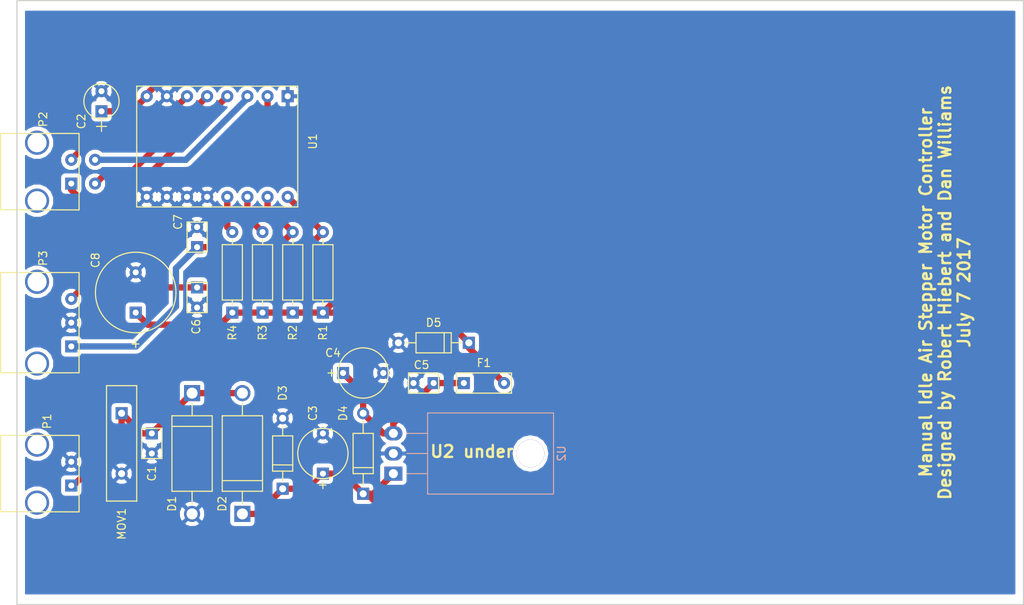
<source format=kicad_pcb>
(kicad_pcb (version 4) (host pcbnew 4.0.4-stable)

  (general
    (links 53)
    (no_connects 0)
    (area 103.834999 43.104999 233.247001 119.455001)
    (thickness 1.6)
    (drawings 6)
    (tracks 84)
    (zones 0)
    (modules 24)
    (nets 14)
  )

  (page A4)
  (layers
    (0 F.Cu signal)
    (31 B.Cu signal)
    (32 B.Adhes user hide)
    (33 F.Adhes user)
    (34 B.Paste user hide)
    (35 F.Paste user hide)
    (36 B.SilkS user)
    (37 F.SilkS user)
    (38 B.Mask user)
    (39 F.Mask user)
    (40 Dwgs.User user hide)
    (41 Cmts.User user hide)
    (42 Eco1.User user hide)
    (43 Eco2.User user hide)
    (44 Edge.Cuts user)
    (45 Margin user hide)
    (46 B.CrtYd user hide)
    (47 F.CrtYd user hide)
    (48 B.Fab user)
    (49 F.Fab user)
  )

  (setup
    (last_trace_width 0.25)
    (user_trace_width 0.2)
    (user_trace_width 0.4)
    (user_trace_width 0.6)
    (user_trace_width 0.8)
    (user_trace_width 1)
    (user_trace_width 1.2)
    (user_trace_width 1.4)
    (user_trace_width 1.6)
    (trace_clearance 0.2)
    (zone_clearance 0.508)
    (zone_45_only no)
    (trace_min 0.2)
    (segment_width 0.2)
    (edge_width 0.15)
    (via_size 0.6)
    (via_drill 0.4)
    (via_min_size 0.4)
    (via_min_drill 0.3)
    (uvia_size 0.3)
    (uvia_drill 0.1)
    (uvias_allowed no)
    (uvia_min_size 0.2)
    (uvia_min_drill 0.1)
    (pcb_text_width 0.3)
    (pcb_text_size 1.5 1.5)
    (mod_edge_width 0.15)
    (mod_text_size 1 1)
    (mod_text_width 0.15)
    (pad_size 11.4554 16.51)
    (pad_drill 0)
    (pad_to_mask_clearance 0.2)
    (aux_axis_origin 0 0)
    (visible_elements 7FFFF7FF)
    (pcbplotparams
      (layerselection 0x010f0_80000001)
      (usegerberextensions false)
      (excludeedgelayer true)
      (linewidth 0.100000)
      (plotframeref false)
      (viasonmask false)
      (mode 1)
      (useauxorigin false)
      (hpglpennumber 1)
      (hpglpenspeed 20)
      (hpglpendiameter 15)
      (hpglpenoverlay 2)
      (psnegative false)
      (psa4output false)
      (plotreference true)
      (plotvalue true)
      (plotinvisibletext false)
      (padsonsilk false)
      (subtractmaskfromsilk false)
      (outputformat 1)
      (mirror false)
      (drillshape 0)
      (scaleselection 1)
      (outputdirectory ""))
  )

  (net 0 "")
  (net 1 Gnd)
  (net 2 VBatt)
  (net 3 +12V)
  (net 4 "Net-(C4-Pad1)")
  (net 5 "Net-(C6-Pad1)")
  (net 6 "Net-(C7-Pad1)")
  (net 7 +5V)
  (net 8 IAC1Pin1)
  (net 9 IAC2Pin2)
  (net 10 IAC2Pin3)
  (net 11 IAC1Pin4)
  (net 12 "Net-(R3-Pad2)")
  (net 13 "Net-(R4-Pad2)")

  (net_class Default "This is the default net class."
    (clearance 0.2)
    (trace_width 0.25)
    (via_dia 0.6)
    (via_drill 0.4)
    (uvia_dia 0.3)
    (uvia_drill 0.1)
    (add_net +12V)
    (add_net +5V)
    (add_net Gnd)
    (add_net IAC1Pin1)
    (add_net IAC1Pin4)
    (add_net IAC2Pin2)
    (add_net IAC2Pin3)
    (add_net "Net-(C4-Pad1)")
    (add_net "Net-(C6-Pad1)")
    (add_net "Net-(C7-Pad1)")
    (add_net "Net-(R3-Pad2)")
    (add_net "Net-(R4-Pad2)")
    (add_net VBatt)
  )

  (module Molex-Microfit3-Single3-90 (layer F.Cu) (tedit 596F6EC1) (tstamp 596CFA1C)
    (at 113.03 83.82 270)
    (path /59635648)
    (fp_text reference P3 (at -8.128 3.556 270) (layer F.SilkS)
      (effects (font (size 1 1) (thickness 0.15)))
    )
    (fp_text value "Rotary Encoder Connector" (at 1.27 6.35 270) (layer F.Fab)
      (effects (font (size 1 1) (thickness 0.15)))
    )
    (fp_line (start -6.325 -0.98) (end -6.325 8.92) (layer F.SilkS) (width 0.15))
    (fp_line (start 6.325 -0.98) (end 6.325 8.92) (layer F.SilkS) (width 0.15))
    (fp_line (start -6.325 -0.98) (end 6.325 -0.98) (layer F.SilkS) (width 0.15))
    (fp_line (start -6.325 8.92) (end 6.325 8.92) (layer F.SilkS) (width 0.15))
    (pad 1 thru_hole rect (at 3 0 270) (size 1.524 1.524) (drill 0.762) (layers *.Cu *.Mask)
      (net 6 "Net-(C7-Pad1)"))
    (pad 3 thru_hole circle (at -3 0 270) (size 1.524 1.524) (drill 0.762) (layers *.Cu *.Mask)
      (net 5 "Net-(C6-Pad1)"))
    (pad "" thru_hole circle (at 5.16 4.32 270) (size 3.048 3.048) (drill 2.41) (layers *.Cu *.Mask))
    (pad "" thru_hole circle (at -5.16 4.32 270) (size 3.048 3.048) (drill 2.41) (layers *.Cu *.Mask))
    (pad 2 thru_hole circle (at 0 0 270) (size 1.524 1.524) (drill 0.762) (layers *.Cu *.Mask)
      (net 1 Gnd))
  )

  (module Molex-Microfit3-Dual4-90 (layer F.Cu) (tedit 596F6E58) (tstamp 596CFA0F)
    (at 113.03 64.77 270)
    (path /596356B7)
    (fp_text reference P2 (at -6.604 3.556 270) (layer F.SilkS)
      (effects (font (size 1 1) (thickness 0.15)))
    )
    (fp_text value "IAC Motor Connector" (at -1.27 6.35 270) (layer F.Fab)
      (effects (font (size 1 1) (thickness 0.15)))
    )
    (fp_line (start -4.825 -0.98) (end -4.825 8.92) (layer F.SilkS) (width 0.15))
    (fp_line (start 4.825 -0.98) (end 4.79 8.92) (layer F.SilkS) (width 0.15))
    (fp_line (start -4.825 -0.98) (end 4.825 -0.98) (layer F.SilkS) (width 0.15))
    (fp_line (start -4.825 8.92) (end 4.825 8.92) (layer F.SilkS) (width 0.15))
    (pad 1 thru_hole rect (at 1.5 0 270) (size 1.524 1.524) (drill 0.762) (layers *.Cu *.Mask)
      (net 8 IAC1Pin1))
    (pad 2 thru_hole circle (at -1.5 0 270) (size 1.524 1.524) (drill 0.762) (layers *.Cu *.Mask)
      (net 9 IAC2Pin2))
    (pad "" thru_hole circle (at 3.66 4.32 270) (size 3.048 3.048) (drill 2.41) (layers *.Cu *.Mask))
    (pad "" thru_hole circle (at -3.66 4.32 270) (size 3.048 3.048) (drill 2.41) (layers *.Cu *.Mask))
    (pad 3 thru_hole circle (at 1.5 -3 270) (size 1.524 1.524) (drill 0.762) (layers *.Cu *.Mask)
      (net 10 IAC2Pin3))
    (pad 4 thru_hole circle (at -1.5 -3 270) (size 1.524 1.524) (drill 0.762) (layers *.Cu *.Mask)
      (net 11 IAC1Pin4))
  )

  (module Molex-Microfit3-Single2-90 (layer F.Cu) (tedit 596F6E09) (tstamp 596CFA01)
    (at 113.03 102.87 270)
    (path /596355C7)
    (fp_text reference P1 (at -6.604 3.048 270) (layer F.SilkS)
      (effects (font (size 1 1) (thickness 0.15)))
    )
    (fp_text value "Power Connector" (at 0 6.35 270) (layer F.Fab)
      (effects (font (size 1 1) (thickness 0.15)))
    )
    (fp_line (start -4.825 -0.98) (end -4.825 8.92) (layer F.SilkS) (width 0.15))
    (fp_line (start 4.825 -0.98) (end 4.79 8.92) (layer F.SilkS) (width 0.15))
    (fp_line (start -4.825 -0.98) (end 4.825 -0.98) (layer F.SilkS) (width 0.15))
    (fp_line (start -4.825 8.92) (end 4.825 8.92) (layer F.SilkS) (width 0.15))
    (pad 1 thru_hole rect (at 1.5 0 270) (size 1.524 1.524) (drill 0.762) (layers *.Cu *.Mask)
      (net 2 VBatt))
    (pad 2 thru_hole circle (at -1.5 0 270) (size 1.524 1.524) (drill 0.762) (layers *.Cu *.Mask)
      (net 1 Gnd))
    (pad "" thru_hole circle (at 3.66 4.32 270) (size 3.048 3.048) (drill 2.41) (layers *.Cu *.Mask))
    (pad "" thru_hole circle (at -3.66 4.32 270) (size 3.048 3.048) (drill 2.41) (layers *.Cu *.Mask))
  )

  (module TO-220-3_Horizontal-Reversed (layer B.Cu) (tedit 596F68B4) (tstamp 596CFA84)
    (at 153.67 100.33 90)
    (descr "TO-220-4, Horizontal, RM 2.54mm")
    (tags "TO-220-4 Horizontal RM 2.54mm")
    (path /596D0112)
    (fp_text reference U2 (at 0 21.215 90) (layer B.SilkS)
      (effects (font (size 1 1) (thickness 0.15)) (justify mirror))
    )
    (fp_text value LM2931AZ-5.0 (at 0 10.16 90) (layer B.Fab)
      (effects (font (size 1 1) (thickness 0.15)) (justify mirror))
    )
    (fp_text user %R (at 0 21.215 90) (layer B.Fab)
      (effects (font (size 1 1) (thickness 0.15)) (justify mirror))
    )
    (fp_line (start -5 13.695) (end -5 20.095) (layer B.Fab) (width 0.1))
    (fp_line (start -5 20.095) (end 5 20.095) (layer B.Fab) (width 0.1))
    (fp_line (start 5 20.095) (end 5 13.695) (layer B.Fab) (width 0.1))
    (fp_line (start 5 13.695) (end -5 13.695) (layer B.Fab) (width 0.1))
    (fp_line (start -5 4.445) (end -5 13.695) (layer B.Fab) (width 0.1))
    (fp_line (start -5 13.695) (end 5 13.695) (layer B.Fab) (width 0.1))
    (fp_line (start 5 13.695) (end 5 4.445) (layer B.Fab) (width 0.1))
    (fp_line (start 5 4.445) (end -5 4.445) (layer B.Fab) (width 0.1))
    (fp_line (start -2.54 4.445) (end -2.54 0.635) (layer B.Fab) (width 0.1))
    (fp_line (start 0 4.445) (end 0 0.635) (layer B.Fab) (width 0.1))
    (fp_line (start 2.54 4.445) (end 2.54 0.635) (layer B.Fab) (width 0.1))
    (fp_line (start -5.12 4.325) (end 5.12 4.325) (layer B.SilkS) (width 0.12))
    (fp_line (start -5.12 20.215) (end 5.12 20.215) (layer B.SilkS) (width 0.12))
    (fp_line (start -5.12 20.215) (end -5.12 4.325) (layer B.SilkS) (width 0.12))
    (fp_line (start 5.12 20.215) (end 5.12 4.325) (layer B.SilkS) (width 0.12))
    (fp_line (start -2.54 4.325) (end -2.54 1.685) (layer B.SilkS) (width 0.12))
    (fp_line (start 0 4.325) (end 0 1.701) (layer B.SilkS) (width 0.12))
    (fp_line (start 2.54 4.325) (end 2.54 1.701) (layer B.SilkS) (width 0.12))
    (fp_line (start -5.25 20.345) (end -5.25 -0.515) (layer B.CrtYd) (width 0.05))
    (fp_line (start -5.25 -0.515) (end 5.25 -0.515) (layer B.CrtYd) (width 0.05))
    (fp_line (start 5.25 -0.515) (end 5.25 20.345) (layer B.CrtYd) (width 0.05))
    (fp_line (start 5.25 20.345) (end -5.25 20.345) (layer B.CrtYd) (width 0.05))
    (fp_circle (center 0 17.295) (end 1.85 17.295) (layer B.Fab) (width 0.1))
    (pad "" thru_hole oval (at 0 17.295 90) (size 3.5 3.5) (drill 3.5) (layers *.Cu *.Mask))
    (pad 3 thru_hole oval (at 2.54 0 90) (size 1.778 2.286) (drill 1.143) (layers *.Cu *.Mask)
      (net 4 "Net-(C4-Pad1)"))
    (pad 2 thru_hole oval (at 0 0 90) (size 1.778 2.286) (drill 1.143) (layers *.Cu *.Mask)
      (net 1 Gnd))
    (pad 1 thru_hole rect (at -2.54 0 90) (size 1.778 2.286) (drill 1.143) (layers *.Cu *.Mask)
      (net 3 +12V))
    (model ${KISYS3DMOD}/TO_SOT_Packages_THT.3dshapes/TO-220-4_Horizontal.wrl
      (at (xyz 0 0 0))
      (scale (xyz 0.393701 0.393701 0.393701))
      (rotate (xyz 0 0 0))
    )
  )

  (module "My Footprints:SmallZener" (layer F.Cu) (tedit 596D6946) (tstamp 596CF9E1)
    (at 158.75 86.36 180)
    (path /59635279)
    (fp_text reference D5 (at 0 2.54 180) (layer F.SilkS)
      (effects (font (size 1 1) (thickness 0.15)))
    )
    (fp_text value "5.6V 1W" (at 0 0 180) (layer F.Fab)
      (effects (font (size 1 1) (thickness 0.15)))
    )
    (fp_line (start -1.33 -1.28) (end -1.33 1.27) (layer F.SilkS) (width 0.15))
    (fp_line (start -2.22 0.01) (end -3.45 0.01) (layer F.SilkS) (width 0.15))
    (fp_line (start 2.22 0) (end 3.43 0.01) (layer F.SilkS) (width 0.15))
    (fp_line (start -2.2225 -1.27) (end -2.2225 1.27) (layer F.SilkS) (width 0.15))
    (fp_line (start 2.2225 -1.27) (end 2.2225 1.27) (layer F.SilkS) (width 0.15))
    (fp_line (start -2.2225 1.27) (end 2.2225 1.27) (layer F.SilkS) (width 0.15))
    (fp_line (start -2.2225 -1.27) (end 2.2225 -1.27) (layer F.SilkS) (width 0.15))
    (pad 1 thru_hole rect (at -4.445 0 180) (size 1.524 1.524) (drill 0.889) (layers *.Cu *.Mask)
      (net 7 +5V))
    (pad 2 thru_hole circle (at 4.445 0 180) (size 1.524 1.524) (drill 0.889) (layers *.Cu *.Mask)
      (net 1 Gnd))
  )

  (module SmallZener (layer F.Cu) (tedit 596D68FC) (tstamp 596CF9C8)
    (at 139.7 100.33 90)
    (path /59637E51)
    (fp_text reference D3 (at 7.62 0 90) (layer F.SilkS)
      (effects (font (size 1 1) (thickness 0.15)))
    )
    (fp_text value "22V 1W" (at 0 0 90) (layer F.Fab)
      (effects (font (size 1 1) (thickness 0.15)))
    )
    (fp_line (start -1.43 -1.29) (end -1.45 1.26) (layer F.SilkS) (width 0.15))
    (fp_line (start -2.22 0.01) (end -3.45 0.01) (layer F.SilkS) (width 0.15))
    (fp_line (start 2.22 0) (end 3.43 0.01) (layer F.SilkS) (width 0.15))
    (fp_line (start -2.2225 -1.27) (end -2.2225 1.27) (layer F.SilkS) (width 0.15))
    (fp_line (start 2.2225 -1.27) (end 2.2225 1.27) (layer F.SilkS) (width 0.15))
    (fp_line (start -2.2225 1.27) (end 2.2225 1.27) (layer F.SilkS) (width 0.15))
    (fp_line (start -2.2225 -1.27) (end 2.2225 -1.27) (layer F.SilkS) (width 0.15))
    (pad 1 thru_hole rect (at -4.445 0 90) (size 1.524 1.524) (drill 0.889) (layers *.Cu *.Mask)
      (net 3 +12V))
    (pad 2 thru_hole circle (at 4.445 0 90) (size 1.524 1.524) (drill 0.889) (layers *.Cu *.Mask)
      (net 1 Gnd))
  )

  (module "My Footprints:1000pF" (layer F.Cu) (tedit 596D1457) (tstamp 596CF959)
    (at 123.19 99.06 270)
    (path /59629FB3)
    (fp_text reference C1 (at 3.81 0 270) (layer F.SilkS)
      (effects (font (size 1 1) (thickness 0.15)))
    )
    (fp_text value 0.001uF (at 0 2.54 270) (layer F.Fab)
      (effects (font (size 1 1) (thickness 0.15)))
    )
    (fp_line (start 1.9 -1.27) (end 1.9 1.27) (layer F.SilkS) (width 0.15))
    (fp_line (start -1.91 -1.28) (end -1.89 1.26) (layer F.SilkS) (width 0.15))
    (fp_line (start -1.905 -1.27) (end 1.905 -1.27) (layer F.SilkS) (width 0.15))
    (fp_line (start -1.905 1.27) (end 1.905 1.27) (layer F.SilkS) (width 0.15))
    (pad 2 thru_hole circle (at 1.27 0 270) (size 1.524 1.524) (drill 0.762) (layers *.Cu *.Mask)
      (net 1 Gnd))
    (pad 1 thru_hole rect (at -1.27 0 270) (size 1.524 1.524) (drill 0.762) (layers *.Cu *.Mask)
      (net 2 VBatt))
  )

  (module "My Footprints:10uF" (layer F.Cu) (tedit 596D2299) (tstamp 596CF963)
    (at 116.84 55.88 90)
    (path /59645B91)
    (fp_text reference C2 (at -2.54 -2.54 90) (layer F.SilkS)
      (effects (font (size 1 1) (thickness 0.15)))
    )
    (fp_text value 10uF (at 0 2.54 90) (layer F.Fab)
      (effects (font (size 1 1) (thickness 0.15)))
    )
    (fp_line (start -3.175 0) (end -3.175 -0.635) (layer F.SilkS) (width 0.15))
    (fp_line (start -3.175 0) (end -3.175 0.635) (layer F.SilkS) (width 0.15))
    (fp_line (start -2.54 0) (end -3.81 0) (layer F.SilkS) (width 0.15))
    (fp_circle (center 0 0) (end 2.2225 0) (layer F.SilkS) (width 0.15))
    (pad 2 thru_hole circle (at 1.27 0 90) (size 1.524 1.524) (drill 0.762) (layers *.Cu *.Mask)
      (net 1 Gnd))
    (pad 1 thru_hole rect (at -1.27 0 90) (size 1.524 1.524) (drill 0.762) (layers *.Cu *.Mask)
      (net 3 +12V))
  )

  (module "My Footprints:33uF" (layer F.Cu) (tedit 596D1D09) (tstamp 596CF96E)
    (at 144.78 100.33 90)
    (path /59637DFB)
    (fp_text reference C3 (at 5.08 -1.27 90) (layer F.SilkS)
      (effects (font (size 1 1) (thickness 0.15)))
    )
    (fp_text value 33uF (at 0 -1.27 90) (layer F.Fab)
      (effects (font (size 1 1) (thickness 0.15)))
    )
    (fp_line (start -3.9878 -0.43) (end -3.9878 0.4) (layer F.SilkS) (width 0.15))
    (fp_line (start -4.04 0) (end -4.43 0) (layer F.SilkS) (width 0.15))
    (fp_line (start -3.556 0) (end -3.81 0) (layer F.SilkS) (width 0.15))
    (fp_line (start -3.556 0) (end -4.064 0) (layer F.SilkS) (width 0.15))
    (fp_circle (center 0 0) (end 3.175 0) (layer F.SilkS) (width 0.15))
    (pad 1 thru_hole rect (at -2.54 0 90) (size 1.524 1.524) (drill 0.762) (layers *.Cu *.Mask)
      (net 3 +12V))
    (pad 2 thru_hole circle (at 2.54 0 90) (size 1.524 1.524) (drill 0.762) (layers *.Cu *.Mask)
      (net 1 Gnd))
  )

  (module "My Footprints:33uF" (layer F.Cu) (tedit 596D04BD) (tstamp 596CF979)
    (at 149.86 90.17)
    (path /596350C2)
    (fp_text reference C4 (at -3.81 -2.54) (layer F.SilkS)
      (effects (font (size 1 1) (thickness 0.15)))
    )
    (fp_text value 33uF (at 0 -1.27) (layer F.Fab)
      (effects (font (size 1 1) (thickness 0.15)))
    )
    (fp_line (start -3.9878 -0.43) (end -3.9878 0.4) (layer F.SilkS) (width 0.15))
    (fp_line (start -4.04 0) (end -4.43 0) (layer F.SilkS) (width 0.15))
    (fp_line (start -3.556 0) (end -3.81 0) (layer F.SilkS) (width 0.15))
    (fp_line (start -3.556 0) (end -4.064 0) (layer F.SilkS) (width 0.15))
    (fp_circle (center 0 0) (end 3.175 0) (layer F.SilkS) (width 0.15))
    (pad 1 thru_hole rect (at -2.54 0) (size 1.524 1.524) (drill 0.762) (layers *.Cu *.Mask)
      (net 4 "Net-(C4-Pad1)"))
    (pad 2 thru_hole circle (at 2.54 0) (size 1.524 1.524) (drill 0.762) (layers *.Cu *.Mask)
      (net 1 Gnd))
  )

  (module "My Footprints:0.1uF" (layer F.Cu) (tedit 596D6878) (tstamp 596CF983)
    (at 157.48 91.44 180)
    (path /5963506F)
    (fp_text reference C5 (at 0.254 2.286 180) (layer F.SilkS)
      (effects (font (size 1 1) (thickness 0.15)))
    )
    (fp_text value 0.1uF (at 0.39 -2.77 180) (layer F.Fab)
      (effects (font (size 1 1) (thickness 0.15)))
    )
    (fp_line (start 1.9 -1.27) (end 1.9 1.27) (layer F.SilkS) (width 0.15))
    (fp_line (start -1.91 -1.28) (end -1.89 1.26) (layer F.SilkS) (width 0.15))
    (fp_line (start -1.905 -1.27) (end 1.905 -1.27) (layer F.SilkS) (width 0.15))
    (fp_line (start -1.905 1.27) (end 1.905 1.27) (layer F.SilkS) (width 0.15))
    (pad 2 thru_hole circle (at 1.27 0 180) (size 1.524 1.524) (drill 0.762) (layers *.Cu *.Mask)
      (net 1 Gnd))
    (pad 1 thru_hole rect (at -1.27 0 180) (size 1.524 1.524) (drill 0.762) (layers *.Cu *.Mask)
      (net 4 "Net-(C4-Pad1)"))
  )

  (module "My Footprints:0.1uF" (layer F.Cu) (tedit 596D2B89) (tstamp 596CF98D)
    (at 128.905 80.645 270)
    (path /5963F97C)
    (fp_text reference C6 (at 3.683 0.127 270) (layer F.SilkS)
      (effects (font (size 1 1) (thickness 0.15)))
    )
    (fp_text value 0.1uF (at 0 -2.54 270) (layer F.Fab)
      (effects (font (size 1 1) (thickness 0.15)))
    )
    (fp_line (start 1.9 -1.27) (end 1.9 1.27) (layer F.SilkS) (width 0.15))
    (fp_line (start -1.91 -1.28) (end -1.89 1.26) (layer F.SilkS) (width 0.15))
    (fp_line (start -1.905 -1.27) (end 1.905 -1.27) (layer F.SilkS) (width 0.15))
    (fp_line (start -1.905 1.27) (end 1.905 1.27) (layer F.SilkS) (width 0.15))
    (pad 2 thru_hole circle (at 1.27 0 270) (size 1.524 1.524) (drill 0.762) (layers *.Cu *.Mask)
      (net 1 Gnd))
    (pad 1 thru_hole rect (at -1.27 0 270) (size 1.524 1.524) (drill 0.762) (layers *.Cu *.Mask)
      (net 5 "Net-(C6-Pad1)"))
  )

  (module "My Footprints:0.1uF" (layer F.Cu) (tedit 596D22B4) (tstamp 596CF997)
    (at 128.905 73.025 90)
    (path /5964648D)
    (fp_text reference C7 (at 1.905 -2.413 90) (layer F.SilkS)
      (effects (font (size 1 1) (thickness 0.15)))
    )
    (fp_text value 0.1uF (at 0 2.54 90) (layer F.Fab)
      (effects (font (size 1 1) (thickness 0.15)))
    )
    (fp_line (start 1.9 -1.27) (end 1.9 1.27) (layer F.SilkS) (width 0.15))
    (fp_line (start -1.91 -1.28) (end -1.89 1.26) (layer F.SilkS) (width 0.15))
    (fp_line (start -1.905 -1.27) (end 1.905 -1.27) (layer F.SilkS) (width 0.15))
    (fp_line (start -1.905 1.27) (end 1.905 1.27) (layer F.SilkS) (width 0.15))
    (pad 2 thru_hole circle (at 1.27 0 90) (size 1.524 1.524) (drill 0.762) (layers *.Cu *.Mask)
      (net 1 Gnd))
    (pad 1 thru_hole rect (at -1.27 0 90) (size 1.524 1.524) (drill 0.762) (layers *.Cu *.Mask)
      (net 6 "Net-(C7-Pad1)"))
  )

  (module "My Footprints:470uF" (layer F.Cu) (tedit 596D2B8D) (tstamp 596CF9A2)
    (at 121.158 80.01 90)
    (path /59640D40)
    (fp_text reference C8 (at 4.064 -5.08 90) (layer F.SilkS)
      (effects (font (size 1 1) (thickness 0.15)))
    )
    (fp_text value 470uF (at 0 -2.54 90) (layer F.Fab)
      (effects (font (size 1 1) (thickness 0.15)))
    )
    (fp_line (start -6.4978 -0.43) (end -6.4978 0.4) (layer F.SilkS) (width 0.15))
    (fp_line (start -6.55 0) (end -6.94 0) (layer F.SilkS) (width 0.15))
    (fp_line (start -6.066 0) (end -6.32 0) (layer F.SilkS) (width 0.15))
    (fp_line (start -6.066 0) (end -6.574 0) (layer F.SilkS) (width 0.15))
    (fp_circle (center 0 0) (end 5.08 0) (layer F.SilkS) (width 0.15))
    (pad 1 thru_hole rect (at -2.54 0 90) (size 1.524 1.524) (drill 0.762) (layers *.Cu *.Mask)
      (net 7 +5V))
    (pad 2 thru_hole circle (at 2.54 0 90) (size 1.524 1.524) (drill 0.762) (layers *.Cu *.Mask)
      (net 1 Gnd))
  )

  (module "My Footprints:MUR410RLG" (layer F.Cu) (tedit 596D1CC2) (tstamp 596CF9AF)
    (at 128.27 100.33 270)
    (path /59638066)
    (fp_text reference D1 (at 6.35 2.54 270) (layer F.SilkS)
      (effects (font (size 1 1) (thickness 0.15)))
    )
    (fp_text value MUR410LRG (at 0 0 270) (layer F.Fab)
      (effects (font (size 1 1) (thickness 0.15)))
    )
    (fp_line (start -4.76 -0.01) (end -6.35 -0.01) (layer F.SilkS) (width 0.15))
    (fp_line (start 4.76 0) (end 6.36 0) (layer F.SilkS) (width 0.15))
    (fp_line (start -3.42 -2.55) (end -3.42 2.53) (layer F.SilkS) (width 0.15))
    (fp_line (start -4.7625 -2.54) (end -4.7625 2.54) (layer F.SilkS) (width 0.15))
    (fp_line (start 4.7625 -2.54) (end 4.7625 2.54) (layer F.SilkS) (width 0.15))
    (fp_line (start -4.7625 2.54) (end 4.7625 2.54) (layer F.SilkS) (width 0.15))
    (fp_line (start -4.7625 -2.54) (end 4.7625 -2.54) (layer F.SilkS) (width 0.15))
    (pad 1 thru_hole rect (at -7.62 0 270) (size 2.032 2.032) (drill 1.397) (layers *.Cu *.Mask)
      (net 2 VBatt))
    (pad 2 thru_hole circle (at 7.62 0 270) (size 2.032 2.032) (drill 1.397) (layers *.Cu *.Mask)
      (net 1 Gnd))
  )

  (module "My Footprints:MUR410RLG" (layer F.Cu) (tedit 596D1CC5) (tstamp 596CF9BC)
    (at 134.62 100.33 90)
    (path /59637FB2)
    (fp_text reference D2 (at -6.35 -2.54 90) (layer F.SilkS)
      (effects (font (size 1 1) (thickness 0.15)))
    )
    (fp_text value MUR410LRG (at 0 0 90) (layer F.Fab)
      (effects (font (size 1 1) (thickness 0.15)))
    )
    (fp_line (start -4.76 -0.01) (end -6.35 -0.01) (layer F.SilkS) (width 0.15))
    (fp_line (start 4.76 0) (end 6.36 0) (layer F.SilkS) (width 0.15))
    (fp_line (start -3.42 -2.55) (end -3.42 2.53) (layer F.SilkS) (width 0.15))
    (fp_line (start -4.7625 -2.54) (end -4.7625 2.54) (layer F.SilkS) (width 0.15))
    (fp_line (start 4.7625 -2.54) (end 4.7625 2.54) (layer F.SilkS) (width 0.15))
    (fp_line (start -4.7625 2.54) (end 4.7625 2.54) (layer F.SilkS) (width 0.15))
    (fp_line (start -4.7625 -2.54) (end 4.7625 -2.54) (layer F.SilkS) (width 0.15))
    (pad 1 thru_hole rect (at -7.62 0 90) (size 2.032 2.032) (drill 1.397) (layers *.Cu *.Mask)
      (net 3 +12V))
    (pad 2 thru_hole circle (at 7.62 0 90) (size 2.032 2.032) (drill 1.397) (layers *.Cu *.Mask)
      (net 2 VBatt))
  )

  (module "My Footprints:1N4001G" (layer F.Cu) (tedit 596D1D63) (tstamp 596CF9D5)
    (at 149.86 100.33 90)
    (path /59635167)
    (fp_text reference D4 (at 5.08 -2.54 90) (layer F.SilkS)
      (effects (font (size 1 1) (thickness 0.15)))
    )
    (fp_text value 1N4001 (at 0 0 90) (layer F.Fab)
      (effects (font (size 1 1) (thickness 0.15)))
    )
    (fp_line (start -1.78 -1.28) (end -1.78 1.28) (layer F.SilkS) (width 0.15))
    (fp_line (start -2.54 0.01) (end -4 0.01) (layer F.SilkS) (width 0.15))
    (fp_line (start 2.55 0) (end 4.05 0) (layer F.SilkS) (width 0.15))
    (fp_line (start -2.54 -1.27) (end -2.54 1.27) (layer F.SilkS) (width 0.15))
    (fp_line (start 2.54 -1.27) (end 2.54 1.27) (layer F.SilkS) (width 0.15))
    (fp_line (start -2.54 1.27) (end 2.54 1.27) (layer F.SilkS) (width 0.15))
    (fp_line (start -2.54 -1.27) (end 2.54 -1.27) (layer F.SilkS) (width 0.15))
    (pad 1 thru_hole rect (at -5.08 0 90) (size 1.524 1.524) (drill 0.889) (layers *.Cu *.Mask)
      (net 3 +12V))
    (pad 2 thru_hole circle (at 5.08 0 90) (size 1.524 1.524) (drill 0.889) (layers *.Cu *.Mask)
      (net 4 "Net-(C4-Pad1)"))
  )

  (module "My Footprints:RXEF050" (layer F.Cu) (tedit 596D1E05) (tstamp 596CF9EB)
    (at 165.1 91.44)
    (path /59635466)
    (fp_text reference F1 (at 0 -2.54) (layer F.SilkS)
      (effects (font (size 1 1) (thickness 0.15)))
    )
    (fp_text value RXE050 (at 6.35 0) (layer F.Fab)
      (effects (font (size 1 1) (thickness 0.15)))
    )
    (fp_line (start -3.47 -1.27) (end -3.47 1.28) (layer F.SilkS) (width 0.15))
    (fp_line (start 3.48 -1.27) (end 3.47 1.27) (layer F.SilkS) (width 0.15))
    (fp_line (start -3.4925 1.27) (end 3.4925 1.27) (layer F.SilkS) (width 0.15))
    (fp_line (start -3.4925 -1.27) (end 3.4925 -1.27) (layer F.SilkS) (width 0.15))
    (pad 1 thru_hole rect (at -2.54 0) (size 1.524 1.524) (drill 0.762) (layers *.Cu *.Mask)
      (net 4 "Net-(C4-Pad1)"))
    (pad 2 thru_hole circle (at 2.54 0) (size 1.524 1.524) (drill 0.762) (layers *.Cu *.Mask)
      (net 7 +5V))
  )

  (module "My Footprints:14mmVar" (layer F.Cu) (tedit 596D1BE9) (tstamp 596CF9F5)
    (at 119.38 99.06 270)
    (path /5963532A)
    (fp_text reference MOV1 (at 10.16 0 270) (layer F.SilkS)
      (effects (font (size 1 1) (thickness 0.15)))
    )
    (fp_text value "22V KA 14mm Disc" (at 0 2.54 270) (layer F.Fab)
      (effects (font (size 1 1) (thickness 0.15)))
    )
    (fp_line (start -7.29 -1.9) (end -7.29 1.91) (layer F.SilkS) (width 0.15))
    (fp_line (start 7.27 -1.91) (end 7.27 1.91) (layer F.SilkS) (width 0.15))
    (fp_line (start -7.3025 1.905) (end 7.3025 1.905) (layer F.SilkS) (width 0.15))
    (fp_line (start -7.3025 -1.905) (end 7.3025 -1.905) (layer F.SilkS) (width 0.15))
    (pad 1 thru_hole rect (at -3.81 0 270) (size 1.524 1.524) (drill 0.889) (layers *.Cu *.Mask)
      (net 2 VBatt))
    (pad 2 thru_hole circle (at 3.81 0 270) (size 1.524 1.524) (drill 0.889) (layers *.Cu *.Mask)
      (net 1 Gnd))
  )

  (module "My Footprints:.25Wresistor" (layer F.Cu) (tedit 596CF592) (tstamp 596CFA28)
    (at 144.78 77.47 90)
    (path /596351E6)
    (fp_text reference R1 (at -7.62 0 90) (layer F.SilkS)
      (effects (font (size 1 1) (thickness 0.15)))
    )
    (fp_text value 1K (at 0 0 90) (layer F.Fab)
      (effects (font (size 1 1) (thickness 0.15)))
    )
    (fp_line (start -3.5 0) (end -4.14 0) (layer F.SilkS) (width 0.15))
    (fp_line (start 3.5 0.02) (end 4.12 0.02) (layer F.SilkS) (width 0.15))
    (fp_line (start -3.4925 -1.27) (end -3.4925 1.27) (layer F.SilkS) (width 0.15))
    (fp_line (start 3.4925 -1.27) (end 3.4925 1.27) (layer F.SilkS) (width 0.15))
    (fp_line (start -3.4925 1.27) (end 3.4925 1.27) (layer F.SilkS) (width 0.15))
    (fp_line (start -3.4925 -1.27) (end 3.4925 -1.27) (layer F.SilkS) (width 0.15))
    (pad 1 thru_hole rect (at -5.08 0 90) (size 1.524 1.524) (drill 0.762) (layers *.Cu *.Mask)
      (net 7 +5V))
    (pad 2 thru_hole circle (at 5.08 0 90) (size 1.524 1.524) (drill 0.762) (layers *.Cu *.Mask)
      (net 5 "Net-(C6-Pad1)"))
  )

  (module "My Footprints:.25Wresistor" (layer F.Cu) (tedit 596CF58E) (tstamp 596CFA34)
    (at 140.97 77.47 90)
    (path /5963E9EF)
    (fp_text reference R2 (at -7.62 0 90) (layer F.SilkS)
      (effects (font (size 1 1) (thickness 0.15)))
    )
    (fp_text value 1K (at 0 0 90) (layer F.Fab)
      (effects (font (size 1 1) (thickness 0.15)))
    )
    (fp_line (start -3.5 0) (end -4.14 0) (layer F.SilkS) (width 0.15))
    (fp_line (start 3.5 0.02) (end 4.12 0.02) (layer F.SilkS) (width 0.15))
    (fp_line (start -3.4925 -1.27) (end -3.4925 1.27) (layer F.SilkS) (width 0.15))
    (fp_line (start 3.4925 -1.27) (end 3.4925 1.27) (layer F.SilkS) (width 0.15))
    (fp_line (start -3.4925 1.27) (end 3.4925 1.27) (layer F.SilkS) (width 0.15))
    (fp_line (start -3.4925 -1.27) (end 3.4925 -1.27) (layer F.SilkS) (width 0.15))
    (pad 1 thru_hole rect (at -5.08 0 90) (size 1.524 1.524) (drill 0.762) (layers *.Cu *.Mask)
      (net 7 +5V))
    (pad 2 thru_hole circle (at 5.08 0 90) (size 1.524 1.524) (drill 0.762) (layers *.Cu *.Mask)
      (net 6 "Net-(C7-Pad1)"))
  )

  (module "My Footprints:.25Wresistor" (layer F.Cu) (tedit 596CF58A) (tstamp 596CFA40)
    (at 137.16 77.47 90)
    (path /5963EA44)
    (fp_text reference R3 (at -7.62 0 90) (layer F.SilkS)
      (effects (font (size 1 1) (thickness 0.15)))
    )
    (fp_text value 1K (at 0 0 90) (layer F.Fab)
      (effects (font (size 1 1) (thickness 0.15)))
    )
    (fp_line (start -3.5 0) (end -4.14 0) (layer F.SilkS) (width 0.15))
    (fp_line (start 3.5 0.02) (end 4.12 0.02) (layer F.SilkS) (width 0.15))
    (fp_line (start -3.4925 -1.27) (end -3.4925 1.27) (layer F.SilkS) (width 0.15))
    (fp_line (start 3.4925 -1.27) (end 3.4925 1.27) (layer F.SilkS) (width 0.15))
    (fp_line (start -3.4925 1.27) (end 3.4925 1.27) (layer F.SilkS) (width 0.15))
    (fp_line (start -3.4925 -1.27) (end 3.4925 -1.27) (layer F.SilkS) (width 0.15))
    (pad 1 thru_hole rect (at -5.08 0 90) (size 1.524 1.524) (drill 0.762) (layers *.Cu *.Mask)
      (net 7 +5V))
    (pad 2 thru_hole circle (at 5.08 0 90) (size 1.524 1.524) (drill 0.762) (layers *.Cu *.Mask)
      (net 12 "Net-(R3-Pad2)"))
  )

  (module "My Footprints:.25Wresistor" (layer F.Cu) (tedit 596CF586) (tstamp 596CFA4C)
    (at 133.35 77.47 90)
    (path /5963EA98)
    (fp_text reference R4 (at -7.62 0 90) (layer F.SilkS)
      (effects (font (size 1 1) (thickness 0.15)))
    )
    (fp_text value 1K (at 0 0 90) (layer F.Fab)
      (effects (font (size 1 1) (thickness 0.15)))
    )
    (fp_line (start -3.5 0) (end -4.14 0) (layer F.SilkS) (width 0.15))
    (fp_line (start 3.5 0.02) (end 4.12 0.02) (layer F.SilkS) (width 0.15))
    (fp_line (start -3.4925 -1.27) (end -3.4925 1.27) (layer F.SilkS) (width 0.15))
    (fp_line (start 3.4925 -1.27) (end 3.4925 1.27) (layer F.SilkS) (width 0.15))
    (fp_line (start -3.4925 1.27) (end 3.4925 1.27) (layer F.SilkS) (width 0.15))
    (fp_line (start -3.4925 -1.27) (end 3.4925 -1.27) (layer F.SilkS) (width 0.15))
    (pad 1 thru_hole rect (at -5.08 0 90) (size 1.524 1.524) (drill 0.762) (layers *.Cu *.Mask)
      (net 7 +5V))
    (pad 2 thru_hole circle (at 5.08 0 90) (size 1.524 1.524) (drill 0.762) (layers *.Cu *.Mask)
      (net 13 "Net-(R4-Pad2)"))
  )

  (module "My Footprints:Stepstick" (layer F.Cu) (tedit 596D22A0) (tstamp 596CFA64)
    (at 131.445 61.595 270)
    (path /59635CF1)
    (fp_text reference U1 (at -0.635 -12.065 270) (layer F.SilkS)
      (effects (font (size 1 1) (thickness 0.15)))
    )
    (fp_text value Stepstick (at 0 0 360) (layer F.Fab)
      (effects (font (size 1 1) (thickness 0.15)))
    )
    (fp_line (start -7.62 -10.16) (end -7.62 10.16) (layer F.SilkS) (width 0.15))
    (fp_line (start 7.62 -10.16) (end 7.62 10.16) (layer F.SilkS) (width 0.15))
    (fp_line (start -7.62 10.16) (end 7.62 10.16) (layer F.SilkS) (width 0.15))
    (fp_line (start -7.62 -10.16) (end 7.62 -10.16) (layer F.SilkS) (width 0.15))
    (pad 1 thru_hole rect (at -6.35 -8.89 270) (size 1.524 1.524) (drill 0.762) (layers *.Cu *.Mask)
      (net 1 Gnd))
    (pad 16 thru_hole circle (at 6.35 -8.89 270) (size 1.524 1.524) (drill 0.762) (layers *.Cu *.Mask)
      (net 5 "Net-(C6-Pad1)"))
    (pad 4 thru_hole circle (at -6.35 -1.27 270) (size 1.524 1.524) (drill 0.762) (layers *.Cu *.Mask)
      (net 8 IAC1Pin1))
    (pad 3 thru_hole circle (at -6.35 -3.81 270) (size 1.524 1.524) (drill 0.762) (layers *.Cu *.Mask)
      (net 11 IAC1Pin4))
    (pad 2 thru_hole circle (at -6.35 -6.35 270) (size 1.524 1.524) (drill 0.762) (layers *.Cu *.Mask)
      (net 7 +5V))
    (pad 13 thru_hole circle (at 6.35 -1.27 270) (size 1.524 1.524) (drill 0.762) (layers *.Cu *.Mask)
      (net 13 "Net-(R4-Pad2)"))
    (pad 14 thru_hole circle (at 6.35 -3.81 270) (size 1.524 1.524) (drill 0.762) (layers *.Cu *.Mask)
      (net 12 "Net-(R3-Pad2)"))
    (pad 15 thru_hole circle (at 6.35 -6.35 270) (size 1.524 1.524) (drill 0.762) (layers *.Cu *.Mask)
      (net 6 "Net-(C7-Pad1)"))
    (pad 12 thru_hole circle (at 6.35 1.27 270) (size 1.524 1.524) (drill 0.762) (layers *.Cu *.Mask)
      (net 1 Gnd))
    (pad 11 thru_hole circle (at 6.35 3.81 270) (size 1.524 1.524) (drill 0.762) (layers *.Cu *.Mask)
      (net 1 Gnd))
    (pad 10 thru_hole circle (at 6.35 6.35 270) (size 1.524 1.524) (drill 0.762) (layers *.Cu *.Mask)
      (net 1 Gnd))
    (pad 5 thru_hole circle (at -6.35 1.27 270) (size 1.524 1.524) (drill 0.762) (layers *.Cu *.Mask)
      (net 10 IAC2Pin3))
    (pad 6 thru_hole circle (at -6.35 3.81 270) (size 1.524 1.524) (drill 0.762) (layers *.Cu *.Mask)
      (net 9 IAC2Pin2))
    (pad 7 thru_hole circle (at -6.35 6.35 270) (size 1.524 1.524) (drill 0.762) (layers *.Cu *.Mask)
      (net 1 Gnd))
    (pad 8 thru_hole circle (at -6.35 8.89 270) (size 1.524 1.524) (drill 0.762) (layers *.Cu *.Mask)
      (net 3 +12V))
    (pad 9 thru_hole circle (at 6.35 8.89 270) (size 1.524 1.524) (drill 0.762) (layers *.Cu *.Mask)
      (net 1 Gnd))
  )

  (gr_text "U2 under" (at 163.576 100.076) (layer F.SilkS)
    (effects (font (size 1.5 1.5) (thickness 0.3)))
  )
  (gr_text "Manual Idle Air Stepper Motor Controller\nDesigned by Robert Hiebert and Dan Williams\nJuly 7 2017" (at 223.266 80.01 90) (layer F.SilkS)
    (effects (font (size 1.5 1.5) (thickness 0.3)))
  )
  (gr_line (start 106.172 119.38) (end 106.172 43.18) (angle 90) (layer Edge.Cuts) (width 0.15))
  (gr_line (start 106.172 43.18) (end 233.172 43.18) (angle 90) (layer Edge.Cuts) (width 0.15))
  (gr_line (start 233.172 43.18) (end 233.172 119.38) (angle 90) (layer Edge.Cuts) (width 0.15))
  (gr_line (start 106.172 119.38) (end 233.172 119.38) (angle 90) (layer Edge.Cuts) (width 0.15))

  (segment (start 128.27 92.71) (end 134.62 92.71) (width 0.8) (layer F.Cu) (net 2))
  (segment (start 113.03 104.37) (end 113.308 104.37) (width 0.6) (layer F.Cu) (net 2))
  (segment (start 113.308 104.37) (end 119.38 98.298) (width 0.8) (layer F.Cu) (net 2) (tstamp 596D29D6))
  (segment (start 119.38 98.298) (end 119.38 95.25) (width 0.8) (layer F.Cu) (net 2) (tstamp 596D29E0))
  (segment (start 119.38 95.25) (end 121.92 97.79) (width 0.8) (layer F.Cu) (net 2) (tstamp 596D29E3))
  (segment (start 121.92 97.79) (end 123.19 97.79) (width 0.8) (layer F.Cu) (net 2) (tstamp 596D29E4))
  (segment (start 123.19 97.79) (end 128.27 92.71) (width 0.8) (layer F.Cu) (net 2) (tstamp 596D29EF))
  (segment (start 145.034 55.118) (end 175.26 85.344) (width 0.8) (layer F.Cu) (net 3))
  (segment (start 124.968 52.578) (end 142.494 52.578) (width 0.8) (layer F.Cu) (net 3) (tstamp 596D2F49))
  (segment (start 142.494 52.578) (end 145.034 55.118) (width 0.8) (layer F.Cu) (net 3) (tstamp 596D2F57))
  (segment (start 122.555 54.991) (end 124.968 52.578) (width 0.8) (layer F.Cu) (net 3) (tstamp 596D2F44))
  (segment (start 152.654 107.696) (end 150.368 105.41) (width 0.8) (layer F.Cu) (net 3) (tstamp 596D2FBF))
  (segment (start 173.736 107.696) (end 152.654 107.696) (width 0.8) (layer F.Cu) (net 3) (tstamp 596D2FBD))
  (segment (start 175.26 106.172) (end 173.736 107.696) (width 0.8) (layer F.Cu) (net 3) (tstamp 596D2FB3))
  (segment (start 175.26 85.344) (end 175.26 106.172) (width 0.8) (layer F.Cu) (net 3) (tstamp 596D2FA9))
  (segment (start 150.368 105.41) (end 149.86 105.41) (width 0.6) (layer F.Cu) (net 3) (tstamp 596D2FC1))
  (segment (start 122.555 55.245) (end 122.555 54.991) (width 0.6) (layer F.Cu) (net 3))
  (segment (start 116.84 57.15) (end 120.65 57.15) (width 0.8) (layer F.Cu) (net 3))
  (segment (start 120.65 57.15) (end 122.555 55.245) (width 0.8) (layer F.Cu) (net 3) (tstamp 596D2C8C))
  (segment (start 144.78 102.87) (end 147.32 102.87) (width 0.8) (layer F.Cu) (net 3))
  (segment (start 147.32 102.87) (end 149.86 105.41) (width 0.8) (layer F.Cu) (net 3) (tstamp 596D2A04))
  (segment (start 149.86 105.41) (end 151.13 105.41) (width 0.8) (layer F.Cu) (net 3) (tstamp 596D2A09))
  (segment (start 134.62 107.95) (end 136.525 107.95) (width 0.8) (layer F.Cu) (net 3))
  (segment (start 136.525 107.95) (end 139.7 104.775) (width 0.8) (layer F.Cu) (net 3) (tstamp 596D29FE))
  (segment (start 139.7 104.775) (end 142.875 104.775) (width 0.8) (layer F.Cu) (net 3) (tstamp 596D29FF))
  (segment (start 142.875 104.775) (end 144.78 102.87) (width 0.6) (layer F.Cu) (net 3) (tstamp 596D2A00))
  (segment (start 151.13 105.41) (end 153.67 102.87) (width 0.8) (layer F.Cu) (net 3) (tstamp 596D2A0A))
  (segment (start 153.67 97.79) (end 153.67 96.52) (width 0.8) (layer F.Cu) (net 4))
  (segment (start 153.67 97.79) (end 152.4 97.79) (width 0.8) (layer F.Cu) (net 4))
  (segment (start 158.75 91.44) (end 162.56 91.44) (width 0.8) (layer F.Cu) (net 4))
  (segment (start 153.67 96.52) (end 158.75 91.44) (width 0.8) (layer F.Cu) (net 4) (tstamp 596D2A4A))
  (segment (start 152.4 97.79) (end 149.86 95.25) (width 0.8) (layer F.Cu) (net 4) (tstamp 596D2A3C))
  (segment (start 149.86 95.25) (end 149.86 92.71) (width 0.8) (layer F.Cu) (net 4) (tstamp 596D2A3E))
  (segment (start 149.86 92.71) (end 147.32 90.17) (width 0.8) (layer F.Cu) (net 4) (tstamp 596D2A3F))
  (segment (start 128.905 79.375) (end 114.475 79.375) (width 0.8) (layer F.Cu) (net 5))
  (segment (start 114.475 79.375) (end 113.03 80.82) (width 0.8) (layer F.Cu) (net 5) (tstamp 596D2BC0))
  (segment (start 128.905 79.375) (end 137.795 79.375) (width 0.8) (layer F.Cu) (net 5))
  (segment (start 137.795 79.375) (end 144.78 72.39) (width 0.8) (layer F.Cu) (net 5) (tstamp 596D2B0F))
  (segment (start 144.78 72.39) (end 140.335 67.945) (width 0.8) (layer F.Cu) (net 5))
  (segment (start 128.905 74.295) (end 126.238 76.962) (width 0.8) (layer B.Cu) (net 6))
  (segment (start 121.206 86.82) (end 113.03 86.82) (width 0.8) (layer B.Cu) (net 6) (tstamp 596D2C0D))
  (segment (start 126.238 81.788) (end 121.206 86.82) (width 0.8) (layer B.Cu) (net 6) (tstamp 596D2BFF))
  (segment (start 126.238 76.962) (end 126.238 81.788) (width 0.8) (layer B.Cu) (net 6) (tstamp 596D2BDF))
  (segment (start 128.905 74.295) (end 139.065 74.295) (width 0.8) (layer F.Cu) (net 6))
  (segment (start 139.065 74.295) (end 140.97 72.39) (width 0.8) (layer F.Cu) (net 6) (tstamp 596D2B01))
  (segment (start 137.795 67.945) (end 137.795 69.215) (width 0.8) (layer F.Cu) (net 6))
  (segment (start 137.795 69.215) (end 140.97 72.39) (width 0.8) (layer F.Cu) (net 6) (tstamp 596D2AE5))
  (segment (start 163.195 86.36) (end 163.195 86.995) (width 0.6) (layer F.Cu) (net 7))
  (segment (start 163.195 86.995) (end 167.64 91.44) (width 0.8) (layer F.Cu) (net 7) (tstamp 596D6376))
  (segment (start 144.78 82.55) (end 159.385 82.55) (width 0.8) (layer F.Cu) (net 7))
  (segment (start 159.385 82.55) (end 163.195 86.36) (width 0.8) (layer F.Cu) (net 7) (tstamp 596D5243))
  (segment (start 140.97 82.55) (end 144.78 82.55) (width 0.8) (layer F.Cu) (net 7))
  (segment (start 133.35 82.55) (end 137.16 82.55) (width 0.8) (layer F.Cu) (net 7))
  (segment (start 137.16 82.55) (end 140.97 82.55) (width 0.8) (layer F.Cu) (net 7) (tstamp 596D5177))
  (segment (start 137.795 55.245) (end 137.795 62.357) (width 0.8) (layer F.Cu) (net 7))
  (segment (start 137.795 62.357) (end 147.32 71.882) (width 0.8) (layer F.Cu) (net 7) (tstamp 596D2F1B))
  (segment (start 147.32 71.882) (end 147.32 80.01) (width 0.8) (layer F.Cu) (net 7) (tstamp 596D2F23))
  (segment (start 147.32 80.01) (end 144.78 82.55) (width 0.8) (layer F.Cu) (net 7) (tstamp 596D2F2A))
  (segment (start 133.35 82.55) (end 131.826 84.074) (width 0.8) (layer F.Cu) (net 7))
  (segment (start 122.682 84.074) (end 121.158 82.55) (width 0.8) (layer F.Cu) (net 7) (tstamp 596D2C28))
  (segment (start 131.826 84.074) (end 122.682 84.074) (width 0.8) (layer F.Cu) (net 7) (tstamp 596D2C21))
  (segment (start 113.03 66.27) (end 113.03 67.056) (width 0.8) (layer F.Cu) (net 8))
  (segment (start 121.92 66.04) (end 132.715 55.245) (width 0.8) (layer F.Cu) (net 8) (tstamp 596D2D8B))
  (segment (start 121.158 66.04) (end 121.92 66.04) (width 0.6) (layer F.Cu) (net 8) (tstamp 596D2D7D))
  (segment (start 119.126 68.072) (end 121.158 66.04) (width 0.8) (layer F.Cu) (net 8) (tstamp 596D2D73))
  (segment (start 114.046 68.072) (end 119.126 68.072) (width 0.8) (layer F.Cu) (net 8) (tstamp 596D2D6B))
  (segment (start 113.03 67.056) (end 114.046 68.072) (width 0.8) (layer F.Cu) (net 8) (tstamp 596D2D66))
  (segment (start 113.03 63.27) (end 113.03 63.246) (width 0.6) (layer F.Cu) (net 9))
  (segment (start 113.03 63.246) (end 114.808 61.468) (width 0.8) (layer F.Cu) (net 9) (tstamp 596D2E22))
  (segment (start 121.412 61.468) (end 127.635 55.245) (width 0.8) (layer F.Cu) (net 9) (tstamp 596D2E35))
  (segment (start 114.808 61.468) (end 121.412 61.468) (width 0.8) (layer F.Cu) (net 9) (tstamp 596D2E28))
  (segment (start 113.03 63.27) (end 113.26 63.27) (width 0.6) (layer F.Cu) (net 9))
  (segment (start 116.03 66.27) (end 116.102 66.27) (width 0.6) (layer F.Cu) (net 10))
  (segment (start 116.102 66.27) (end 117.602 64.77) (width 0.8) (layer F.Cu) (net 10) (tstamp 596D2E68))
  (segment (start 117.602 64.77) (end 120.65 64.77) (width 0.8) (layer F.Cu) (net 10) (tstamp 596D2E72))
  (segment (start 120.65 64.77) (end 130.175 55.245) (width 0.8) (layer F.Cu) (net 10) (tstamp 596D2E79))
  (segment (start 130.175 55.245) (end 130.175 55.499) (width 0.8) (layer F.Cu) (net 10))
  (segment (start 135.255 55.245) (end 135.255 55.499) (width 0.6) (layer B.Cu) (net 11))
  (segment (start 135.255 55.499) (end 127.484 63.27) (width 0.8) (layer B.Cu) (net 11) (tstamp 596D2DCA))
  (segment (start 127.484 63.27) (end 116.03 63.27) (width 0.8) (layer B.Cu) (net 11) (tstamp 596D2DD5))
  (segment (start 135.255 67.945) (end 135.255 70.485) (width 0.8) (layer F.Cu) (net 12))
  (segment (start 135.255 70.485) (end 137.16 72.39) (width 0.8) (layer F.Cu) (net 12) (tstamp 596D2AE8))
  (segment (start 132.715 67.945) (end 132.715 71.755) (width 0.8) (layer F.Cu) (net 13))
  (segment (start 132.715 71.755) (end 133.35 72.39) (width 0.8) (layer F.Cu) (net 13) (tstamp 596D2AEE))

  (zone (net 1) (net_name Gnd) (layer B.Cu) (tstamp 596D38C1) (hatch edge 0.508)
    (connect_pads (clearance 0.508))
    (min_thickness 0.254)
    (fill yes (arc_segments 16) (thermal_gap 0.508) (thermal_bridge_width 0.508))
    (polygon
      (pts
        (xy 232.156 118.11) (xy 107.188 118.11) (xy 107.188 44.45) (xy 232.156 44.45)
      )
    )
    (filled_polygon
      (pts
        (xy 232.029 117.983) (xy 107.315 117.983) (xy 107.315 109.114107) (xy 127.285498 109.114107) (xy 127.38612 109.382622)
        (xy 128.001642 109.611816) (xy 128.658019 109.588014) (xy 129.15388 109.382622) (xy 129.254502 109.114107) (xy 128.27 108.129605)
        (xy 127.285498 109.114107) (xy 107.315 109.114107) (xy 107.315 108.188518) (xy 107.485428 108.359244) (xy 108.278664 108.688624)
        (xy 109.137567 108.689374) (xy 109.931377 108.361378) (xy 110.539244 107.754572) (xy 110.569527 107.681642) (xy 126.608184 107.681642)
        (xy 126.631986 108.338019) (xy 126.837378 108.83388) (xy 127.105893 108.934502) (xy 128.090395 107.95) (xy 128.449605 107.95)
        (xy 129.434107 108.934502) (xy 129.702622 108.83388) (xy 129.931816 108.218358) (xy 129.908014 107.561981) (xy 129.702622 107.06612)
        (xy 129.434107 106.965498) (xy 128.449605 107.95) (xy 128.090395 107.95) (xy 127.105893 106.965498) (xy 126.837378 107.06612)
        (xy 126.608184 107.681642) (xy 110.569527 107.681642) (xy 110.868624 106.961336) (xy 110.868777 106.785893) (xy 127.285498 106.785893)
        (xy 128.27 107.770395) (xy 129.106395 106.934) (xy 132.95656 106.934) (xy 132.95656 108.966) (xy 133.000838 109.201317)
        (xy 133.13991 109.417441) (xy 133.35211 109.562431) (xy 133.604 109.61344) (xy 135.636 109.61344) (xy 135.871317 109.569162)
        (xy 136.087441 109.43009) (xy 136.232431 109.21789) (xy 136.28344 108.966) (xy 136.28344 106.934) (xy 136.239162 106.698683)
        (xy 136.10009 106.482559) (xy 135.88789 106.337569) (xy 135.636 106.28656) (xy 133.604 106.28656) (xy 133.368683 106.330838)
        (xy 133.152559 106.46991) (xy 133.007569 106.68211) (xy 132.95656 106.934) (xy 129.106395 106.934) (xy 129.254502 106.785893)
        (xy 129.15388 106.517378) (xy 128.538358 106.288184) (xy 127.881981 106.311986) (xy 127.38612 106.517378) (xy 127.285498 106.785893)
        (xy 110.868777 106.785893) (xy 110.869374 106.102433) (xy 110.541378 105.308623) (xy 109.934572 104.700756) (xy 109.141336 104.371376)
        (xy 108.282433 104.370626) (xy 107.488623 104.698622) (xy 107.315 104.871942) (xy 107.315 103.608) (xy 111.62056 103.608)
        (xy 111.62056 105.132) (xy 111.664838 105.367317) (xy 111.80391 105.583441) (xy 112.01611 105.728431) (xy 112.268 105.77944)
        (xy 113.792 105.77944) (xy 114.027317 105.735162) (xy 114.243441 105.59609) (xy 114.388431 105.38389) (xy 114.43944 105.132)
        (xy 114.43944 103.850213) (xy 118.579392 103.850213) (xy 118.648857 104.092397) (xy 119.172302 104.279144) (xy 119.727368 104.251362)
        (xy 120.111143 104.092397) (xy 120.133916 104.013) (xy 138.29056 104.013) (xy 138.29056 105.537) (xy 138.334838 105.772317)
        (xy 138.47391 105.988441) (xy 138.68611 106.133431) (xy 138.938 106.18444) (xy 140.462 106.18444) (xy 140.697317 106.140162)
        (xy 140.913441 106.00109) (xy 141.058431 105.78889) (xy 141.10944 105.537) (xy 141.10944 104.648) (xy 148.45056 104.648)
        (xy 148.45056 106.172) (xy 148.494838 106.407317) (xy 148.63391 106.623441) (xy 148.84611 106.768431) (xy 149.098 106.81944)
        (xy 150.622 106.81944) (xy 150.857317 106.775162) (xy 151.073441 106.63609) (xy 151.218431 106.42389) (xy 151.26944 106.172)
        (xy 151.26944 104.648) (xy 151.225162 104.412683) (xy 151.08609 104.196559) (xy 150.87389 104.051569) (xy 150.622 104.00056)
        (xy 149.098 104.00056) (xy 148.862683 104.044838) (xy 148.646559 104.18391) (xy 148.501569 104.39611) (xy 148.45056 104.648)
        (xy 141.10944 104.648) (xy 141.10944 104.013) (xy 141.065162 103.777683) (xy 140.92609 103.561559) (xy 140.71389 103.416569)
        (xy 140.462 103.36556) (xy 138.938 103.36556) (xy 138.702683 103.409838) (xy 138.486559 103.54891) (xy 138.341569 103.76111)
        (xy 138.29056 104.013) (xy 120.133916 104.013) (xy 120.180608 103.850213) (xy 119.38 103.049605) (xy 118.579392 103.850213)
        (xy 114.43944 103.850213) (xy 114.43944 103.608) (xy 114.395162 103.372683) (xy 114.25609 103.156559) (xy 114.04389 103.011569)
        (xy 113.792 102.96056) (xy 112.268 102.96056) (xy 112.032683 103.004838) (xy 111.816559 103.14391) (xy 111.671569 103.35611)
        (xy 111.62056 103.608) (xy 107.315 103.608) (xy 107.315 102.350213) (xy 112.229392 102.350213) (xy 112.298857 102.592397)
        (xy 112.822302 102.779144) (xy 113.377368 102.751362) (xy 113.592377 102.662302) (xy 117.970856 102.662302) (xy 117.998638 103.217368)
        (xy 118.157603 103.601143) (xy 118.399787 103.670608) (xy 119.200395 102.87) (xy 119.559605 102.87) (xy 120.360213 103.670608)
        (xy 120.602397 103.601143) (xy 120.789144 103.077698) (xy 120.761362 102.522632) (xy 120.602397 102.138857) (xy 120.494817 102.108)
        (xy 143.37056 102.108) (xy 143.37056 103.632) (xy 143.414838 103.867317) (xy 143.55391 104.083441) (xy 143.76611 104.228431)
        (xy 144.018 104.27944) (xy 145.542 104.27944) (xy 145.777317 104.235162) (xy 145.993441 104.09609) (xy 146.138431 103.88389)
        (xy 146.18944 103.632) (xy 146.18944 102.108) (xy 146.165544 101.981) (xy 151.87956 101.981) (xy 151.87956 103.759)
        (xy 151.923838 103.994317) (xy 152.06291 104.210441) (xy 152.27511 104.355431) (xy 152.527 104.40644) (xy 154.813 104.40644)
        (xy 155.048317 104.362162) (xy 155.264441 104.22309) (xy 155.409431 104.01089) (xy 155.46044 103.759) (xy 155.46044 101.981)
        (xy 155.416162 101.745683) (xy 155.27709 101.529559) (xy 155.06489 101.384569) (xy 155.019197 101.375316) (xy 155.091433 101.317829)
        (xy 155.380593 100.795878) (xy 155.404134 100.693013) (xy 155.28333 100.457) (xy 153.797 100.457) (xy 153.797 100.477)
        (xy 153.543 100.477) (xy 153.543 100.457) (xy 152.05667 100.457) (xy 151.935866 100.693013) (xy 151.959407 100.795878)
        (xy 152.248567 101.317829) (xy 152.317797 101.372924) (xy 152.291683 101.377838) (xy 152.075559 101.51691) (xy 151.930569 101.72911)
        (xy 151.87956 101.981) (xy 146.165544 101.981) (xy 146.145162 101.872683) (xy 146.00609 101.656559) (xy 145.79389 101.511569)
        (xy 145.542 101.46056) (xy 144.018 101.46056) (xy 143.782683 101.504838) (xy 143.566559 101.64391) (xy 143.421569 101.85611)
        (xy 143.37056 102.108) (xy 120.494817 102.108) (xy 120.360213 102.069392) (xy 119.559605 102.87) (xy 119.200395 102.87)
        (xy 118.399787 102.069392) (xy 118.157603 102.138857) (xy 117.970856 102.662302) (xy 113.592377 102.662302) (xy 113.761143 102.592397)
        (xy 113.830608 102.350213) (xy 113.03 101.549605) (xy 112.229392 102.350213) (xy 107.315 102.350213) (xy 107.315 100.868518)
        (xy 107.485428 101.039244) (xy 108.278664 101.368624) (xy 109.137567 101.369374) (xy 109.638718 101.162302) (xy 111.620856 101.162302)
        (xy 111.648638 101.717368) (xy 111.807603 102.101143) (xy 112.049787 102.170608) (xy 112.850395 101.37) (xy 113.209605 101.37)
        (xy 114.010213 102.170608) (xy 114.252397 102.101143) (xy 114.327801 101.889787) (xy 118.579392 101.889787) (xy 119.38 102.690395)
        (xy 120.180608 101.889787) (xy 120.111143 101.647603) (xy 119.587698 101.460856) (xy 119.032632 101.488638) (xy 118.648857 101.647603)
        (xy 118.579392 101.889787) (xy 114.327801 101.889787) (xy 114.439144 101.577698) (xy 114.425756 101.310213) (xy 122.389392 101.310213)
        (xy 122.458857 101.552397) (xy 122.982302 101.739144) (xy 123.537368 101.711362) (xy 123.921143 101.552397) (xy 123.990608 101.310213)
        (xy 123.19 100.509605) (xy 122.389392 101.310213) (xy 114.425756 101.310213) (xy 114.411362 101.022632) (xy 114.252397 100.638857)
        (xy 114.010213 100.569392) (xy 113.209605 101.37) (xy 112.850395 101.37) (xy 112.049787 100.569392) (xy 111.807603 100.638857)
        (xy 111.620856 101.162302) (xy 109.638718 101.162302) (xy 109.931377 101.041378) (xy 110.539244 100.434572) (xy 110.55784 100.389787)
        (xy 112.229392 100.389787) (xy 113.03 101.190395) (xy 113.830608 100.389787) (xy 113.761143 100.147603) (xy 113.690226 100.122302)
        (xy 121.780856 100.122302) (xy 121.808638 100.677368) (xy 121.967603 101.061143) (xy 122.209787 101.130608) (xy 123.010395 100.33)
        (xy 123.369605 100.33) (xy 124.170213 101.130608) (xy 124.412397 101.061143) (xy 124.599144 100.537698) (xy 124.58641 100.283275)
        (xy 168.58 100.283275) (xy 168.58 100.376725) (xy 168.761547 101.289425) (xy 169.27855 102.063175) (xy 170.0523 102.580178)
        (xy 170.965 102.761725) (xy 171.8777 102.580178) (xy 172.65145 102.063175) (xy 173.168453 101.289425) (xy 173.35 100.376725)
        (xy 173.35 100.283275) (xy 173.168453 99.370575) (xy 172.65145 98.596825) (xy 171.8777 98.079822) (xy 170.965 97.898275)
        (xy 170.0523 98.079822) (xy 169.27855 98.596825) (xy 168.761547 99.370575) (xy 168.58 100.283275) (xy 124.58641 100.283275)
        (xy 124.571362 99.982632) (xy 124.412397 99.598857) (xy 124.170213 99.529392) (xy 123.369605 100.33) (xy 123.010395 100.33)
        (xy 122.209787 99.529392) (xy 121.967603 99.598857) (xy 121.780856 100.122302) (xy 113.690226 100.122302) (xy 113.237698 99.960856)
        (xy 112.682632 99.988638) (xy 112.298857 100.147603) (xy 112.229392 100.389787) (xy 110.55784 100.389787) (xy 110.868624 99.641336)
        (xy 110.869374 98.782433) (xy 110.541378 97.988623) (xy 109.934572 97.380756) (xy 109.141336 97.051376) (xy 108.282433 97.050626)
        (xy 107.488623 97.378622) (xy 107.315 97.551942) (xy 107.315 97.028) (xy 121.78056 97.028) (xy 121.78056 98.552)
        (xy 121.824838 98.787317) (xy 121.96391 99.003441) (xy 122.17611 99.148431) (xy 122.428 99.19944) (xy 122.432516 99.19944)
        (xy 122.389392 99.349787) (xy 123.19 100.150395) (xy 123.990608 99.349787) (xy 123.947484 99.19944) (xy 123.952 99.19944)
        (xy 124.187317 99.155162) (xy 124.403441 99.01609) (xy 124.548431 98.80389) (xy 124.55525 98.770213) (xy 143.979392 98.770213)
        (xy 144.048857 99.012397) (xy 144.572302 99.199144) (xy 145.127368 99.171362) (xy 145.511143 99.012397) (xy 145.580608 98.770213)
        (xy 144.78 97.969605) (xy 143.979392 98.770213) (xy 124.55525 98.770213) (xy 124.59944 98.552) (xy 124.59944 97.582302)
        (xy 143.370856 97.582302) (xy 143.398638 98.137368) (xy 143.557603 98.521143) (xy 143.799787 98.590608) (xy 144.600395 97.79)
        (xy 144.959605 97.79) (xy 145.760213 98.590608) (xy 146.002397 98.521143) (xy 146.189144 97.997698) (xy 146.178749 97.79)
        (xy 151.857167 97.79) (xy 151.973175 98.37321) (xy 152.303536 98.867631) (xy 152.597794 99.064248) (xy 152.248567 99.342171)
        (xy 151.959407 99.864122) (xy 151.935866 99.966987) (xy 152.05667 100.203) (xy 153.543 100.203) (xy 153.543 100.183)
        (xy 153.797 100.183) (xy 153.797 100.203) (xy 155.28333 100.203) (xy 155.404134 99.966987) (xy 155.380593 99.864122)
        (xy 155.091433 99.342171) (xy 154.742206 99.064248) (xy 155.036464 98.867631) (xy 155.366825 98.37321) (xy 155.482833 97.79)
        (xy 155.366825 97.20679) (xy 155.036464 96.712369) (xy 154.542043 96.382008) (xy 153.958833 96.266) (xy 153.381167 96.266)
        (xy 152.797957 96.382008) (xy 152.303536 96.712369) (xy 151.973175 97.20679) (xy 151.857167 97.79) (xy 146.178749 97.79)
        (xy 146.161362 97.442632) (xy 146.002397 97.058857) (xy 145.760213 96.989392) (xy 144.959605 97.79) (xy 144.600395 97.79)
        (xy 143.799787 96.989392) (xy 143.557603 97.058857) (xy 143.370856 97.582302) (xy 124.59944 97.582302) (xy 124.59944 97.028)
        (xy 124.56881 96.865213) (xy 138.899392 96.865213) (xy 138.968857 97.107397) (xy 139.492302 97.294144) (xy 140.047368 97.266362)
        (xy 140.431143 97.107397) (xy 140.500608 96.865213) (xy 140.445182 96.809787) (xy 143.979392 96.809787) (xy 144.78 97.610395)
        (xy 145.580608 96.809787) (xy 145.511143 96.567603) (xy 144.987698 96.380856) (xy 144.432632 96.408638) (xy 144.048857 96.567603)
        (xy 143.979392 96.809787) (xy 140.445182 96.809787) (xy 139.7 96.064605) (xy 138.899392 96.865213) (xy 124.56881 96.865213)
        (xy 124.555162 96.792683) (xy 124.41609 96.576559) (xy 124.20389 96.431569) (xy 123.952 96.38056) (xy 122.428 96.38056)
        (xy 122.192683 96.424838) (xy 121.976559 96.56391) (xy 121.831569 96.77611) (xy 121.78056 97.028) (xy 107.315 97.028)
        (xy 107.315 94.488) (xy 117.97056 94.488) (xy 117.97056 96.012) (xy 118.014838 96.247317) (xy 118.15391 96.463441)
        (xy 118.36611 96.608431) (xy 118.618 96.65944) (xy 120.142 96.65944) (xy 120.377317 96.615162) (xy 120.593441 96.47609)
        (xy 120.738431 96.26389) (xy 120.78944 96.012) (xy 120.78944 95.677302) (xy 138.290856 95.677302) (xy 138.318638 96.232368)
        (xy 138.477603 96.616143) (xy 138.719787 96.685608) (xy 139.520395 95.885) (xy 139.879605 95.885) (xy 140.680213 96.685608)
        (xy 140.922397 96.616143) (xy 141.109144 96.092698) (xy 141.081362 95.537632) (xy 141.076818 95.526661) (xy 148.462758 95.526661)
        (xy 148.67499 96.040303) (xy 149.06763 96.433629) (xy 149.5809 96.646757) (xy 150.136661 96.647242) (xy 150.650303 96.43501)
        (xy 151.043629 96.04237) (xy 151.256757 95.5291) (xy 151.257242 94.973339) (xy 151.04501 94.459697) (xy 150.65237 94.066371)
        (xy 150.1391 93.853243) (xy 149.583339 93.852758) (xy 149.069697 94.06499) (xy 148.676371 94.45763) (xy 148.463243 94.9709)
        (xy 148.462758 95.526661) (xy 141.076818 95.526661) (xy 140.922397 95.153857) (xy 140.680213 95.084392) (xy 139.879605 95.885)
        (xy 139.520395 95.885) (xy 138.719787 95.084392) (xy 138.477603 95.153857) (xy 138.290856 95.677302) (xy 120.78944 95.677302)
        (xy 120.78944 94.904787) (xy 138.899392 94.904787) (xy 139.7 95.705395) (xy 140.500608 94.904787) (xy 140.431143 94.662603)
        (xy 139.907698 94.475856) (xy 139.352632 94.503638) (xy 138.968857 94.662603) (xy 138.899392 94.904787) (xy 120.78944 94.904787)
        (xy 120.78944 94.488) (xy 120.745162 94.252683) (xy 120.60609 94.036559) (xy 120.39389 93.891569) (xy 120.142 93.84056)
        (xy 118.618 93.84056) (xy 118.382683 93.884838) (xy 118.166559 94.02391) (xy 118.021569 94.23611) (xy 117.97056 94.488)
        (xy 107.315 94.488) (xy 107.315 91.694) (xy 126.60656 91.694) (xy 126.60656 93.726) (xy 126.650838 93.961317)
        (xy 126.78991 94.177441) (xy 127.00211 94.322431) (xy 127.254 94.37344) (xy 129.286 94.37344) (xy 129.521317 94.329162)
        (xy 129.737441 94.19009) (xy 129.882431 93.97789) (xy 129.93344 93.726) (xy 129.93344 93.036963) (xy 132.968714 93.036963)
        (xy 133.219534 93.643995) (xy 133.683563 94.108834) (xy 134.290155 94.360713) (xy 134.946963 94.361286) (xy 135.553995 94.110466)
        (xy 136.018834 93.646437) (xy 136.270713 93.039845) (xy 136.271253 92.420213) (xy 155.409392 92.420213) (xy 155.478857 92.662397)
        (xy 156.002302 92.849144) (xy 156.557368 92.821362) (xy 156.941143 92.662397) (xy 157.010608 92.420213) (xy 156.21 91.619605)
        (xy 155.409392 92.420213) (xy 136.271253 92.420213) (xy 136.271286 92.383037) (xy 136.020466 91.776005) (xy 135.556437 91.311166)
        (xy 134.949845 91.059287) (xy 134.293037 91.058714) (xy 133.686005 91.309534) (xy 133.221166 91.773563) (xy 132.969287 92.380155)
        (xy 132.968714 93.036963) (xy 129.93344 93.036963) (xy 129.93344 91.694) (xy 129.889162 91.458683) (xy 129.75009 91.242559)
        (xy 129.53789 91.097569) (xy 129.286 91.04656) (xy 127.254 91.04656) (xy 127.018683 91.090838) (xy 126.802559 91.22991)
        (xy 126.657569 91.44211) (xy 126.60656 91.694) (xy 107.315 91.694) (xy 107.315 90.638518) (xy 107.485428 90.809244)
        (xy 108.278664 91.138624) (xy 109.137567 91.139374) (xy 109.931377 90.811378) (xy 110.539244 90.204572) (xy 110.868624 89.411336)
        (xy 110.868626 89.408) (xy 145.91056 89.408) (xy 145.91056 90.932) (xy 145.954838 91.167317) (xy 146.09391 91.383441)
        (xy 146.30611 91.528431) (xy 146.558 91.57944) (xy 148.082 91.57944) (xy 148.317317 91.535162) (xy 148.533441 91.39609)
        (xy 148.678431 91.18389) (xy 148.68525 91.150213) (xy 151.599392 91.150213) (xy 151.668857 91.392397) (xy 152.192302 91.579144)
        (xy 152.747368 91.551362) (xy 153.131143 91.392397) (xy 153.177062 91.232302) (xy 154.800856 91.232302) (xy 154.828638 91.787368)
        (xy 154.987603 92.171143) (xy 155.229787 92.240608) (xy 156.030395 91.44) (xy 156.389605 91.44) (xy 157.190213 92.240608)
        (xy 157.34056 92.197484) (xy 157.34056 92.202) (xy 157.384838 92.437317) (xy 157.52391 92.653441) (xy 157.73611 92.798431)
        (xy 157.988 92.84944) (xy 159.512 92.84944) (xy 159.747317 92.805162) (xy 159.963441 92.66609) (xy 160.108431 92.45389)
        (xy 160.15944 92.202) (xy 160.15944 90.678) (xy 161.15056 90.678) (xy 161.15056 92.202) (xy 161.194838 92.437317)
        (xy 161.33391 92.653441) (xy 161.54611 92.798431) (xy 161.798 92.84944) (xy 163.322 92.84944) (xy 163.557317 92.805162)
        (xy 163.773441 92.66609) (xy 163.918431 92.45389) (xy 163.96944 92.202) (xy 163.96944 91.716661) (xy 166.242758 91.716661)
        (xy 166.45499 92.230303) (xy 166.84763 92.623629) (xy 167.3609 92.836757) (xy 167.916661 92.837242) (xy 168.430303 92.62501)
        (xy 168.823629 92.23237) (xy 169.036757 91.7191) (xy 169.037242 91.163339) (xy 168.82501 90.649697) (xy 168.43237 90.256371)
        (xy 167.9191 90.043243) (xy 167.363339 90.042758) (xy 166.849697 90.25499) (xy 166.456371 90.64763) (xy 166.243243 91.1609)
        (xy 166.242758 91.716661) (xy 163.96944 91.716661) (xy 163.96944 90.678) (xy 163.925162 90.442683) (xy 163.78609 90.226559)
        (xy 163.57389 90.081569) (xy 163.322 90.03056) (xy 161.798 90.03056) (xy 161.562683 90.074838) (xy 161.346559 90.21391)
        (xy 161.201569 90.42611) (xy 161.15056 90.678) (xy 160.15944 90.678) (xy 160.115162 90.442683) (xy 159.97609 90.226559)
        (xy 159.76389 90.081569) (xy 159.512 90.03056) (xy 157.988 90.03056) (xy 157.752683 90.074838) (xy 157.536559 90.21391)
        (xy 157.391569 90.42611) (xy 157.34056 90.678) (xy 157.34056 90.682516) (xy 157.190213 90.639392) (xy 156.389605 91.44)
        (xy 156.030395 91.44) (xy 155.229787 90.639392) (xy 154.987603 90.708857) (xy 154.800856 91.232302) (xy 153.177062 91.232302)
        (xy 153.200608 91.150213) (xy 152.4 90.349605) (xy 151.599392 91.150213) (xy 148.68525 91.150213) (xy 148.72944 90.932)
        (xy 148.72944 89.962302) (xy 150.990856 89.962302) (xy 151.018638 90.517368) (xy 151.177603 90.901143) (xy 151.419787 90.970608)
        (xy 152.220395 90.17) (xy 152.579605 90.17) (xy 153.380213 90.970608) (xy 153.622397 90.901143) (xy 153.779857 90.459787)
        (xy 155.409392 90.459787) (xy 156.21 91.260395) (xy 157.010608 90.459787) (xy 156.941143 90.217603) (xy 156.417698 90.030856)
        (xy 155.862632 90.058638) (xy 155.478857 90.217603) (xy 155.409392 90.459787) (xy 153.779857 90.459787) (xy 153.809144 90.377698)
        (xy 153.781362 89.822632) (xy 153.622397 89.438857) (xy 153.380213 89.369392) (xy 152.579605 90.17) (xy 152.220395 90.17)
        (xy 151.419787 89.369392) (xy 151.177603 89.438857) (xy 150.990856 89.962302) (xy 148.72944 89.962302) (xy 148.72944 89.408)
        (xy 148.688381 89.189787) (xy 151.599392 89.189787) (xy 152.4 89.990395) (xy 153.200608 89.189787) (xy 153.131143 88.947603)
        (xy 152.607698 88.760856) (xy 152.052632 88.788638) (xy 151.668857 88.947603) (xy 151.599392 89.189787) (xy 148.688381 89.189787)
        (xy 148.685162 89.172683) (xy 148.54609 88.956559) (xy 148.33389 88.811569) (xy 148.082 88.76056) (xy 146.558 88.76056)
        (xy 146.322683 88.804838) (xy 146.106559 88.94391) (xy 145.961569 89.15611) (xy 145.91056 89.408) (xy 110.868626 89.408)
        (xy 110.869374 88.552433) (xy 110.541378 87.758623) (xy 109.934572 87.150756) (xy 109.141336 86.821376) (xy 108.282433 86.820626)
        (xy 107.488623 87.148622) (xy 107.315 87.321942) (xy 107.315 86.058) (xy 111.62056 86.058) (xy 111.62056 87.582)
        (xy 111.664838 87.817317) (xy 111.80391 88.033441) (xy 112.01611 88.178431) (xy 112.268 88.22944) (xy 113.792 88.22944)
        (xy 114.027317 88.185162) (xy 114.243441 88.04609) (xy 114.374007 87.855) (xy 121.205995 87.855) (xy 121.206 87.855001)
        (xy 121.602077 87.776215) (xy 121.937856 87.551856) (xy 122.149498 87.340213) (xy 153.504392 87.340213) (xy 153.573857 87.582397)
        (xy 154.097302 87.769144) (xy 154.652368 87.741362) (xy 155.036143 87.582397) (xy 155.105608 87.340213) (xy 154.305 86.539605)
        (xy 153.504392 87.340213) (xy 122.149498 87.340213) (xy 123.337409 86.152302) (xy 152.895856 86.152302) (xy 152.923638 86.707368)
        (xy 153.082603 87.091143) (xy 153.324787 87.160608) (xy 154.125395 86.36) (xy 154.484605 86.36) (xy 155.285213 87.160608)
        (xy 155.527397 87.091143) (xy 155.714144 86.567698) (xy 155.686362 86.012632) (xy 155.527397 85.628857) (xy 155.419817 85.598)
        (xy 161.78556 85.598) (xy 161.78556 87.122) (xy 161.829838 87.357317) (xy 161.96891 87.573441) (xy 162.18111 87.718431)
        (xy 162.433 87.76944) (xy 163.957 87.76944) (xy 164.192317 87.725162) (xy 164.408441 87.58609) (xy 164.553431 87.37389)
        (xy 164.60444 87.122) (xy 164.60444 85.598) (xy 164.560162 85.362683) (xy 164.42109 85.146559) (xy 164.20889 85.001569)
        (xy 163.957 84.95056) (xy 162.433 84.95056) (xy 162.197683 84.994838) (xy 161.981559 85.13391) (xy 161.836569 85.34611)
        (xy 161.78556 85.598) (xy 155.419817 85.598) (xy 155.285213 85.559392) (xy 154.484605 86.36) (xy 154.125395 86.36)
        (xy 153.324787 85.559392) (xy 153.082603 85.628857) (xy 152.895856 86.152302) (xy 123.337409 86.152302) (xy 124.109924 85.379787)
        (xy 153.504392 85.379787) (xy 154.305 86.180395) (xy 155.105608 85.379787) (xy 155.036143 85.137603) (xy 154.512698 84.950856)
        (xy 153.957632 84.978638) (xy 153.573857 85.137603) (xy 153.504392 85.379787) (xy 124.109924 85.379787) (xy 126.594498 82.895213)
        (xy 128.104392 82.895213) (xy 128.173857 83.137397) (xy 128.697302 83.324144) (xy 129.252368 83.296362) (xy 129.636143 83.137397)
        (xy 129.705608 82.895213) (xy 128.905 82.094605) (xy 128.104392 82.895213) (xy 126.594498 82.895213) (xy 126.969853 82.519858)
        (xy 126.969856 82.519856) (xy 127.194215 82.184077) (xy 127.230109 82.003629) (xy 127.273001 81.788) (xy 127.273 81.787995)
        (xy 127.273 81.707302) (xy 127.495856 81.707302) (xy 127.523638 82.262368) (xy 127.682603 82.646143) (xy 127.924787 82.715608)
        (xy 128.725395 81.915) (xy 129.084605 81.915) (xy 129.885213 82.715608) (xy 130.127397 82.646143) (xy 130.314144 82.122698)
        (xy 130.297392 81.788) (xy 131.94056 81.788) (xy 131.94056 83.312) (xy 131.984838 83.547317) (xy 132.12391 83.763441)
        (xy 132.33611 83.908431) (xy 132.588 83.95944) (xy 134.112 83.95944) (xy 134.347317 83.915162) (xy 134.563441 83.77609)
        (xy 134.708431 83.56389) (xy 134.75944 83.312) (xy 134.75944 81.788) (xy 135.75056 81.788) (xy 135.75056 83.312)
        (xy 135.794838 83.547317) (xy 135.93391 83.763441) (xy 136.14611 83.908431) (xy 136.398 83.95944) (xy 137.922 83.95944)
        (xy 138.157317 83.915162) (xy 138.373441 83.77609) (xy 138.518431 83.56389) (xy 138.56944 83.312) (xy 138.56944 81.788)
        (xy 139.56056 81.788) (xy 139.56056 83.312) (xy 139.604838 83.547317) (xy 139.74391 83.763441) (xy 139.95611 83.908431)
        (xy 140.208 83.95944) (xy 141.732 83.95944) (xy 141.967317 83.915162) (xy 142.183441 83.77609) (xy 142.328431 83.56389)
        (xy 142.37944 83.312) (xy 142.37944 81.788) (xy 143.37056 81.788) (xy 143.37056 83.312) (xy 143.414838 83.547317)
        (xy 143.55391 83.763441) (xy 143.76611 83.908431) (xy 144.018 83.95944) (xy 145.542 83.95944) (xy 145.777317 83.915162)
        (xy 145.993441 83.77609) (xy 146.138431 83.56389) (xy 146.18944 83.312) (xy 146.18944 81.788) (xy 146.145162 81.552683)
        (xy 146.00609 81.336559) (xy 145.79389 81.191569) (xy 145.542 81.14056) (xy 144.018 81.14056) (xy 143.782683 81.184838)
        (xy 143.566559 81.32391) (xy 143.421569 81.53611) (xy 143.37056 81.788) (xy 142.37944 81.788) (xy 142.335162 81.552683)
        (xy 142.19609 81.336559) (xy 141.98389 81.191569) (xy 141.732 81.14056) (xy 140.208 81.14056) (xy 139.972683 81.184838)
        (xy 139.756559 81.32391) (xy 139.611569 81.53611) (xy 139.56056 81.788) (xy 138.56944 81.788) (xy 138.525162 81.552683)
        (xy 138.38609 81.336559) (xy 138.17389 81.191569) (xy 137.922 81.14056) (xy 136.398 81.14056) (xy 136.162683 81.184838)
        (xy 135.946559 81.32391) (xy 135.801569 81.53611) (xy 135.75056 81.788) (xy 134.75944 81.788) (xy 134.715162 81.552683)
        (xy 134.57609 81.336559) (xy 134.36389 81.191569) (xy 134.112 81.14056) (xy 132.588 81.14056) (xy 132.352683 81.184838)
        (xy 132.136559 81.32391) (xy 131.991569 81.53611) (xy 131.94056 81.788) (xy 130.297392 81.788) (xy 130.286362 81.567632)
        (xy 130.127397 81.183857) (xy 129.885213 81.114392) (xy 129.084605 81.915) (xy 128.725395 81.915) (xy 127.924787 81.114392)
        (xy 127.682603 81.183857) (xy 127.495856 81.707302) (xy 127.273 81.707302) (xy 127.273 78.613) (xy 127.49556 78.613)
        (xy 127.49556 80.137) (xy 127.539838 80.372317) (xy 127.67891 80.588441) (xy 127.89111 80.733431) (xy 128.143 80.78444)
        (xy 128.147516 80.78444) (xy 128.104392 80.934787) (xy 128.905 81.735395) (xy 129.705608 80.934787) (xy 129.662484 80.78444)
        (xy 129.667 80.78444) (xy 129.902317 80.740162) (xy 130.118441 80.60109) (xy 130.263431 80.38889) (xy 130.31444 80.137)
        (xy 130.31444 78.613) (xy 130.270162 78.377683) (xy 130.13109 78.161559) (xy 129.91889 78.016569) (xy 129.667 77.96556)
        (xy 128.143 77.96556) (xy 127.907683 78.009838) (xy 127.691559 78.14891) (xy 127.546569 78.36111) (xy 127.49556 78.613)
        (xy 127.273 78.613) (xy 127.273 77.390712) (xy 128.959271 75.70444) (xy 129.667 75.70444) (xy 129.902317 75.660162)
        (xy 130.118441 75.52109) (xy 130.263431 75.30889) (xy 130.31444 75.057) (xy 130.31444 73.533) (xy 130.270162 73.297683)
        (xy 130.13109 73.081559) (xy 129.91889 72.936569) (xy 129.667 72.88556) (xy 129.662484 72.88556) (xy 129.705608 72.735213)
        (xy 129.637056 72.666661) (xy 131.952758 72.666661) (xy 132.16499 73.180303) (xy 132.55763 73.573629) (xy 133.0709 73.786757)
        (xy 133.626661 73.787242) (xy 134.140303 73.57501) (xy 134.533629 73.18237) (xy 134.746757 72.6691) (xy 134.746759 72.666661)
        (xy 135.762758 72.666661) (xy 135.97499 73.180303) (xy 136.36763 73.573629) (xy 136.8809 73.786757) (xy 137.436661 73.787242)
        (xy 137.950303 73.57501) (xy 138.343629 73.18237) (xy 138.556757 72.6691) (xy 138.556759 72.666661) (xy 139.572758 72.666661)
        (xy 139.78499 73.180303) (xy 140.17763 73.573629) (xy 140.6909 73.786757) (xy 141.246661 73.787242) (xy 141.760303 73.57501)
        (xy 142.153629 73.18237) (xy 142.366757 72.6691) (xy 142.366759 72.666661) (xy 143.382758 72.666661) (xy 143.59499 73.180303)
        (xy 143.98763 73.573629) (xy 144.5009 73.786757) (xy 145.056661 73.787242) (xy 145.570303 73.57501) (xy 145.963629 73.18237)
        (xy 146.176757 72.6691) (xy 146.177242 72.113339) (xy 145.96501 71.599697) (xy 145.57237 71.206371) (xy 145.0591 70.993243)
        (xy 144.503339 70.992758) (xy 143.989697 71.20499) (xy 143.596371 71.59763) (xy 143.383243 72.1109) (xy 143.382758 72.666661)
        (xy 142.366759 72.666661) (xy 142.367242 72.113339) (xy 142.15501 71.599697) (xy 141.76237 71.206371) (xy 141.2491 70.993243)
        (xy 140.693339 70.992758) (xy 140.179697 71.20499) (xy 139.786371 71.59763) (xy 139.573243 72.1109) (xy 139.572758 72.666661)
        (xy 138.556759 72.666661) (xy 138.557242 72.113339) (xy 138.34501 71.599697) (xy 137.95237 71.206371) (xy 137.4391 70.993243)
        (xy 136.883339 70.992758) (xy 136.369697 71.20499) (xy 135.976371 71.59763) (xy 135.763243 72.1109) (xy 135.762758 72.666661)
        (xy 134.746759 72.666661) (xy 134.747242 72.113339) (xy 134.53501 71.599697) (xy 134.14237 71.206371) (xy 133.6291 70.993243)
        (xy 133.073339 70.992758) (xy 132.559697 71.20499) (xy 132.166371 71.59763) (xy 131.953243 72.1109) (xy 131.952758 72.666661)
        (xy 129.637056 72.666661) (xy 128.905 71.934605) (xy 128.104392 72.735213) (xy 128.147516 72.88556) (xy 128.143 72.88556)
        (xy 127.907683 72.929838) (xy 127.691559 73.06891) (xy 127.546569 73.28111) (xy 127.49556 73.533) (xy 127.49556 74.240729)
        (xy 125.506144 76.230144) (xy 125.281785 76.565923) (xy 125.202999 76.962) (xy 125.203 76.962005) (xy 125.203 81.359289)
        (xy 120.777288 85.785) (xy 114.370914 85.785) (xy 114.25609 85.606559) (xy 114.04389 85.461569) (xy 113.792 85.41056)
        (xy 112.268 85.41056) (xy 112.032683 85.454838) (xy 111.816559 85.59391) (xy 111.671569 85.80611) (xy 111.62056 86.058)
        (xy 107.315 86.058) (xy 107.315 84.800213) (xy 112.229392 84.800213) (xy 112.298857 85.042397) (xy 112.822302 85.229144)
        (xy 113.377368 85.201362) (xy 113.761143 85.042397) (xy 113.830608 84.800213) (xy 113.03 83.999605) (xy 112.229392 84.800213)
        (xy 107.315 84.800213) (xy 107.315 83.612302) (xy 111.620856 83.612302) (xy 111.648638 84.167368) (xy 111.807603 84.551143)
        (xy 112.049787 84.620608) (xy 112.850395 83.82) (xy 113.209605 83.82) (xy 114.010213 84.620608) (xy 114.252397 84.551143)
        (xy 114.439144 84.027698) (xy 114.411362 83.472632) (xy 114.252397 83.088857) (xy 114.010213 83.019392) (xy 113.209605 83.82)
        (xy 112.850395 83.82) (xy 112.049787 83.019392) (xy 111.807603 83.088857) (xy 111.620856 83.612302) (xy 107.315 83.612302)
        (xy 107.315 82.839787) (xy 112.229392 82.839787) (xy 113.03 83.640395) (xy 113.830608 82.839787) (xy 113.761143 82.597603)
        (xy 113.237698 82.410856) (xy 112.682632 82.438638) (xy 112.298857 82.597603) (xy 112.229392 82.839787) (xy 107.315 82.839787)
        (xy 107.315 81.096661) (xy 111.632758 81.096661) (xy 111.84499 81.610303) (xy 112.23763 82.003629) (xy 112.7509 82.216757)
        (xy 113.306661 82.217242) (xy 113.820303 82.00501) (xy 114.037692 81.788) (xy 119.74856 81.788) (xy 119.74856 83.312)
        (xy 119.792838 83.547317) (xy 119.93191 83.763441) (xy 120.14411 83.908431) (xy 120.396 83.95944) (xy 121.92 83.95944)
        (xy 122.155317 83.915162) (xy 122.371441 83.77609) (xy 122.516431 83.56389) (xy 122.56744 83.312) (xy 122.56744 81.788)
        (xy 122.523162 81.552683) (xy 122.38409 81.336559) (xy 122.17189 81.191569) (xy 121.92 81.14056) (xy 120.396 81.14056)
        (xy 120.160683 81.184838) (xy 119.944559 81.32391) (xy 119.799569 81.53611) (xy 119.74856 81.788) (xy 114.037692 81.788)
        (xy 114.213629 81.61237) (xy 114.426757 81.0991) (xy 114.427242 80.543339) (xy 114.21501 80.029697) (xy 113.82237 79.636371)
        (xy 113.3091 79.423243) (xy 112.753339 79.422758) (xy 112.239697 79.63499) (xy 111.846371 80.02763) (xy 111.633243 80.5409)
        (xy 111.632758 81.096661) (xy 107.315 81.096661) (xy 107.315 80.318518) (xy 107.485428 80.489244) (xy 108.278664 80.818624)
        (xy 109.137567 80.819374) (xy 109.931377 80.491378) (xy 110.539244 79.884572) (xy 110.868624 79.091336) (xy 110.869183 78.450213)
        (xy 120.357392 78.450213) (xy 120.426857 78.692397) (xy 120.950302 78.879144) (xy 121.505368 78.851362) (xy 121.889143 78.692397)
        (xy 121.958608 78.450213) (xy 121.158 77.649605) (xy 120.357392 78.450213) (xy 110.869183 78.450213) (xy 110.869374 78.232433)
        (xy 110.541378 77.438623) (xy 110.365365 77.262302) (xy 119.748856 77.262302) (xy 119.776638 77.817368) (xy 119.935603 78.201143)
        (xy 120.177787 78.270608) (xy 120.978395 77.47) (xy 121.337605 77.47) (xy 122.138213 78.270608) (xy 122.380397 78.201143)
        (xy 122.567144 77.677698) (xy 122.539362 77.122632) (xy 122.380397 76.738857) (xy 122.138213 76.669392) (xy 121.337605 77.47)
        (xy 120.978395 77.47) (xy 120.177787 76.669392) (xy 119.935603 76.738857) (xy 119.748856 77.262302) (xy 110.365365 77.262302)
        (xy 109.934572 76.830756) (xy 109.141336 76.501376) (xy 108.282433 76.500626) (xy 107.488623 76.828622) (xy 107.315 77.001942)
        (xy 107.315 76.489787) (xy 120.357392 76.489787) (xy 121.158 77.290395) (xy 121.958608 76.489787) (xy 121.889143 76.247603)
        (xy 121.365698 76.060856) (xy 120.810632 76.088638) (xy 120.426857 76.247603) (xy 120.357392 76.489787) (xy 107.315 76.489787)
        (xy 107.315 71.547302) (xy 127.495856 71.547302) (xy 127.523638 72.102368) (xy 127.682603 72.486143) (xy 127.924787 72.555608)
        (xy 128.725395 71.755) (xy 129.084605 71.755) (xy 129.885213 72.555608) (xy 130.127397 72.486143) (xy 130.314144 71.962698)
        (xy 130.286362 71.407632) (xy 130.127397 71.023857) (xy 129.885213 70.954392) (xy 129.084605 71.755) (xy 128.725395 71.755)
        (xy 127.924787 70.954392) (xy 127.682603 71.023857) (xy 127.495856 71.547302) (xy 107.315 71.547302) (xy 107.315 70.774787)
        (xy 128.104392 70.774787) (xy 128.905 71.575395) (xy 129.705608 70.774787) (xy 129.636143 70.532603) (xy 129.112698 70.345856)
        (xy 128.557632 70.373638) (xy 128.173857 70.532603) (xy 128.104392 70.774787) (xy 107.315 70.774787) (xy 107.315 70.088518)
        (xy 107.485428 70.259244) (xy 108.278664 70.588624) (xy 109.137567 70.589374) (xy 109.931377 70.261378) (xy 110.539244 69.654572)
        (xy 110.842099 68.925213) (xy 121.754392 68.925213) (xy 121.823857 69.167397) (xy 122.347302 69.354144) (xy 122.902368 69.326362)
        (xy 123.286143 69.167397) (xy 123.355608 68.925213) (xy 124.294392 68.925213) (xy 124.363857 69.167397) (xy 124.887302 69.354144)
        (xy 125.442368 69.326362) (xy 125.826143 69.167397) (xy 125.895608 68.925213) (xy 126.834392 68.925213) (xy 126.903857 69.167397)
        (xy 127.427302 69.354144) (xy 127.982368 69.326362) (xy 128.366143 69.167397) (xy 128.435608 68.925213) (xy 129.374392 68.925213)
        (xy 129.443857 69.167397) (xy 129.967302 69.354144) (xy 130.522368 69.326362) (xy 130.906143 69.167397) (xy 130.975608 68.925213)
        (xy 130.175 68.124605) (xy 129.374392 68.925213) (xy 128.435608 68.925213) (xy 127.635 68.124605) (xy 126.834392 68.925213)
        (xy 125.895608 68.925213) (xy 125.095 68.124605) (xy 124.294392 68.925213) (xy 123.355608 68.925213) (xy 122.555 68.124605)
        (xy 121.754392 68.925213) (xy 110.842099 68.925213) (xy 110.868624 68.861336) (xy 110.869374 68.002433) (xy 110.759824 67.737302)
        (xy 121.145856 67.737302) (xy 121.173638 68.292368) (xy 121.332603 68.676143) (xy 121.574787 68.745608) (xy 122.375395 67.945)
        (xy 122.734605 67.945) (xy 123.535213 68.745608) (xy 123.777397 68.676143) (xy 123.821453 68.552656) (xy 123.872603 68.676143)
        (xy 124.114787 68.745608) (xy 124.915395 67.945) (xy 125.274605 67.945) (xy 126.075213 68.745608) (xy 126.317397 68.676143)
        (xy 126.361453 68.552656) (xy 126.412603 68.676143) (xy 126.654787 68.745608) (xy 127.455395 67.945) (xy 127.814605 67.945)
        (xy 128.615213 68.745608) (xy 128.857397 68.676143) (xy 128.901453 68.552656) (xy 128.952603 68.676143) (xy 129.194787 68.745608)
        (xy 129.995395 67.945) (xy 130.354605 67.945) (xy 131.155213 68.745608) (xy 131.397397 68.676143) (xy 131.447509 68.535682)
        (xy 131.52999 68.735303) (xy 131.92263 69.128629) (xy 132.4359 69.341757) (xy 132.991661 69.342242) (xy 133.505303 69.13001)
        (xy 133.898629 68.73737) (xy 133.984949 68.529488) (xy 134.06999 68.735303) (xy 134.46263 69.128629) (xy 134.9759 69.341757)
        (xy 135.531661 69.342242) (xy 136.045303 69.13001) (xy 136.438629 68.73737) (xy 136.524949 68.529488) (xy 136.60999 68.735303)
        (xy 137.00263 69.128629) (xy 137.5159 69.341757) (xy 138.071661 69.342242) (xy 138.585303 69.13001) (xy 138.978629 68.73737)
        (xy 139.064949 68.529488) (xy 139.14999 68.735303) (xy 139.54263 69.128629) (xy 140.0559 69.341757) (xy 140.611661 69.342242)
        (xy 141.125303 69.13001) (xy 141.518629 68.73737) (xy 141.731757 68.2241) (xy 141.732242 67.668339) (xy 141.52001 67.154697)
        (xy 141.12737 66.761371) (xy 140.6141 66.548243) (xy 140.058339 66.547758) (xy 139.544697 66.75999) (xy 139.151371 67.15263)
        (xy 139.065051 67.360512) (xy 138.98001 67.154697) (xy 138.58737 66.761371) (xy 138.0741 66.548243) (xy 137.518339 66.547758)
        (xy 137.004697 66.75999) (xy 136.611371 67.15263) (xy 136.525051 67.360512) (xy 136.44001 67.154697) (xy 136.04737 66.761371)
        (xy 135.5341 66.548243) (xy 134.978339 66.547758) (xy 134.464697 66.75999) (xy 134.071371 67.15263) (xy 133.985051 67.360512)
        (xy 133.90001 67.154697) (xy 133.50737 66.761371) (xy 132.9941 66.548243) (xy 132.438339 66.547758) (xy 131.924697 66.75999)
        (xy 131.531371 67.15263) (xy 131.451605 67.344727) (xy 131.397397 67.213857) (xy 131.155213 67.144392) (xy 130.354605 67.945)
        (xy 129.995395 67.945) (xy 129.194787 67.144392) (xy 128.952603 67.213857) (xy 128.908547 67.337344) (xy 128.857397 67.213857)
        (xy 128.615213 67.144392) (xy 127.814605 67.945) (xy 127.455395 67.945) (xy 126.654787 67.144392) (xy 126.412603 67.213857)
        (xy 126.368547 67.337344) (xy 126.317397 67.213857) (xy 126.075213 67.144392) (xy 125.274605 67.945) (xy 124.915395 67.945)
        (xy 124.114787 67.144392) (xy 123.872603 67.213857) (xy 123.828547 67.337344) (xy 123.777397 67.213857) (xy 123.535213 67.144392)
        (xy 122.734605 67.945) (xy 122.375395 67.945) (xy 121.574787 67.144392) (xy 121.332603 67.213857) (xy 121.145856 67.737302)
        (xy 110.759824 67.737302) (xy 110.541378 67.208623) (xy 109.934572 66.600756) (xy 109.141336 66.271376) (xy 108.282433 66.270626)
        (xy 107.488623 66.598622) (xy 107.315 66.771942) (xy 107.315 65.508) (xy 111.62056 65.508) (xy 111.62056 67.032)
        (xy 111.664838 67.267317) (xy 111.80391 67.483441) (xy 112.01611 67.628431) (xy 112.268 67.67944) (xy 113.792 67.67944)
        (xy 114.027317 67.635162) (xy 114.243441 67.49609) (xy 114.388431 67.28389) (xy 114.43944 67.032) (xy 114.43944 66.546661)
        (xy 114.632758 66.546661) (xy 114.84499 67.060303) (xy 115.23763 67.453629) (xy 115.7509 67.666757) (xy 116.306661 67.667242)
        (xy 116.820303 67.45501) (xy 117.213629 67.06237) (xy 117.254148 66.964787) (xy 121.754392 66.964787) (xy 122.555 67.765395)
        (xy 123.355608 66.964787) (xy 124.294392 66.964787) (xy 125.095 67.765395) (xy 125.895608 66.964787) (xy 126.834392 66.964787)
        (xy 127.635 67.765395) (xy 128.435608 66.964787) (xy 129.374392 66.964787) (xy 130.175 67.765395) (xy 130.975608 66.964787)
        (xy 130.906143 66.722603) (xy 130.382698 66.535856) (xy 129.827632 66.563638) (xy 129.443857 66.722603) (xy 129.374392 66.964787)
        (xy 128.435608 66.964787) (xy 128.366143 66.722603) (xy 127.842698 66.535856) (xy 127.287632 66.563638) (xy 126.903857 66.722603)
        (xy 126.834392 66.964787) (xy 125.895608 66.964787) (xy 125.826143 66.722603) (xy 125.302698 66.535856) (xy 124.747632 66.563638)
        (xy 124.363857 66.722603) (xy 124.294392 66.964787) (xy 123.355608 66.964787) (xy 123.286143 66.722603) (xy 122.762698 66.535856)
        (xy 122.207632 66.563638) (xy 121.823857 66.722603) (xy 121.754392 66.964787) (xy 117.254148 66.964787) (xy 117.426757 66.5491)
        (xy 117.427242 65.993339) (xy 117.21501 65.479697) (xy 116.82237 65.086371) (xy 116.3091 64.873243) (xy 115.753339 64.872758)
        (xy 115.239697 65.08499) (xy 114.846371 65.47763) (xy 114.633243 65.9909) (xy 114.632758 66.546661) (xy 114.43944 66.546661)
        (xy 114.43944 65.508) (xy 114.395162 65.272683) (xy 114.25609 65.056559) (xy 114.04389 64.911569) (xy 113.792 64.86056)
        (xy 112.268 64.86056) (xy 112.032683 64.904838) (xy 111.816559 65.04391) (xy 111.671569 65.25611) (xy 111.62056 65.508)
        (xy 107.315 65.508) (xy 107.315 63.546661) (xy 111.632758 63.546661) (xy 111.84499 64.060303) (xy 112.23763 64.453629)
        (xy 112.7509 64.666757) (xy 113.306661 64.667242) (xy 113.820303 64.45501) (xy 114.213629 64.06237) (xy 114.426757 63.5491)
        (xy 114.426759 63.546661) (xy 114.632758 63.546661) (xy 114.84499 64.060303) (xy 115.23763 64.453629) (xy 115.7509 64.666757)
        (xy 116.306661 64.667242) (xy 116.820303 64.45501) (xy 116.970575 64.305) (xy 127.483995 64.305) (xy 127.484 64.305001)
        (xy 127.880077 64.226215) (xy 128.215856 64.001856) (xy 135.606316 56.611395) (xy 136.045303 56.43001) (xy 136.438629 56.03737)
        (xy 136.524949 55.829488) (xy 136.60999 56.035303) (xy 137.00263 56.428629) (xy 137.5159 56.641757) (xy 138.071661 56.642242)
        (xy 138.585303 56.43001) (xy 138.938 56.077928) (xy 138.938 56.133309) (xy 139.034673 56.366698) (xy 139.213301 56.545327)
        (xy 139.44669 56.642) (xy 140.04925 56.642) (xy 140.208 56.48325) (xy 140.208 55.372) (xy 140.462 55.372)
        (xy 140.462 56.48325) (xy 140.62075 56.642) (xy 141.22331 56.642) (xy 141.456699 56.545327) (xy 141.635327 56.366698)
        (xy 141.732 56.133309) (xy 141.732 55.53075) (xy 141.57325 55.372) (xy 140.462 55.372) (xy 140.208 55.372)
        (xy 140.188 55.372) (xy 140.188 55.118) (xy 140.208 55.118) (xy 140.208 54.00675) (xy 140.462 54.00675)
        (xy 140.462 55.118) (xy 141.57325 55.118) (xy 141.732 54.95925) (xy 141.732 54.356691) (xy 141.635327 54.123302)
        (xy 141.456699 53.944673) (xy 141.22331 53.848) (xy 140.62075 53.848) (xy 140.462 54.00675) (xy 140.208 54.00675)
        (xy 140.04925 53.848) (xy 139.44669 53.848) (xy 139.213301 53.944673) (xy 139.034673 54.123302) (xy 138.938 54.356691)
        (xy 138.938 54.412614) (xy 138.58737 54.061371) (xy 138.0741 53.848243) (xy 137.518339 53.847758) (xy 137.004697 54.05999)
        (xy 136.611371 54.45263) (xy 136.525051 54.660512) (xy 136.44001 54.454697) (xy 136.04737 54.061371) (xy 135.5341 53.848243)
        (xy 134.978339 53.847758) (xy 134.464697 54.05999) (xy 134.071371 54.45263) (xy 133.985051 54.660512) (xy 133.90001 54.454697)
        (xy 133.50737 54.061371) (xy 132.9941 53.848243) (xy 132.438339 53.847758) (xy 131.924697 54.05999) (xy 131.531371 54.45263)
        (xy 131.445051 54.660512) (xy 131.36001 54.454697) (xy 130.96737 54.061371) (xy 130.4541 53.848243) (xy 129.898339 53.847758)
        (xy 129.384697 54.05999) (xy 128.991371 54.45263) (xy 128.905051 54.660512) (xy 128.82001 54.454697) (xy 128.42737 54.061371)
        (xy 127.9141 53.848243) (xy 127.358339 53.847758) (xy 126.844697 54.05999) (xy 126.451371 54.45263) (xy 126.371605 54.644727)
        (xy 126.317397 54.513857) (xy 126.075213 54.444392) (xy 125.274605 55.245) (xy 126.075213 56.045608) (xy 126.317397 55.976143)
        (xy 126.367509 55.835682) (xy 126.44999 56.035303) (xy 126.84263 56.428629) (xy 127.3559 56.641757) (xy 127.911661 56.642242)
        (xy 128.425303 56.43001) (xy 128.818629 56.03737) (xy 128.904949 55.829488) (xy 128.98999 56.035303) (xy 129.38263 56.428629)
        (xy 129.8959 56.641757) (xy 130.451661 56.642242) (xy 130.965303 56.43001) (xy 131.358629 56.03737) (xy 131.444949 55.829488)
        (xy 131.52999 56.035303) (xy 131.92263 56.428629) (xy 132.4359 56.641757) (xy 132.648346 56.641942) (xy 127.055288 62.235)
        (xy 116.97074 62.235) (xy 116.82237 62.086371) (xy 116.3091 61.873243) (xy 115.753339 61.872758) (xy 115.239697 62.08499)
        (xy 114.846371 62.47763) (xy 114.633243 62.9909) (xy 114.632758 63.546661) (xy 114.426759 63.546661) (xy 114.427242 62.993339)
        (xy 114.21501 62.479697) (xy 113.82237 62.086371) (xy 113.3091 61.873243) (xy 112.753339 61.872758) (xy 112.239697 62.08499)
        (xy 111.846371 62.47763) (xy 111.633243 62.9909) (xy 111.632758 63.546661) (xy 107.315 63.546661) (xy 107.315 62.768518)
        (xy 107.485428 62.939244) (xy 108.278664 63.268624) (xy 109.137567 63.269374) (xy 109.931377 62.941378) (xy 110.539244 62.334572)
        (xy 110.868624 61.541336) (xy 110.869374 60.682433) (xy 110.541378 59.888623) (xy 109.934572 59.280756) (xy 109.141336 58.951376)
        (xy 108.282433 58.950626) (xy 107.488623 59.278622) (xy 107.315 59.451942) (xy 107.315 56.388) (xy 115.43056 56.388)
        (xy 115.43056 57.912) (xy 115.474838 58.147317) (xy 115.61391 58.363441) (xy 115.82611 58.508431) (xy 116.078 58.55944)
        (xy 117.602 58.55944) (xy 117.837317 58.515162) (xy 118.053441 58.37609) (xy 118.198431 58.16389) (xy 118.24944 57.912)
        (xy 118.24944 56.388) (xy 118.205162 56.152683) (xy 118.06609 55.936559) (xy 117.85389 55.791569) (xy 117.602 55.74056)
        (xy 117.597484 55.74056) (xy 117.640608 55.590213) (xy 117.572056 55.521661) (xy 121.157758 55.521661) (xy 121.36999 56.035303)
        (xy 121.76263 56.428629) (xy 122.2759 56.641757) (xy 122.831661 56.642242) (xy 123.345303 56.43001) (xy 123.550457 56.225213)
        (xy 124.294392 56.225213) (xy 124.363857 56.467397) (xy 124.887302 56.654144) (xy 125.442368 56.626362) (xy 125.826143 56.467397)
        (xy 125.895608 56.225213) (xy 125.095 55.424605) (xy 124.294392 56.225213) (xy 123.550457 56.225213) (xy 123.738629 56.03737)
        (xy 123.818395 55.845273) (xy 123.872603 55.976143) (xy 124.114787 56.045608) (xy 124.915395 55.245) (xy 124.114787 54.444392)
        (xy 123.872603 54.513857) (xy 123.822491 54.654318) (xy 123.74001 54.454697) (xy 123.550432 54.264787) (xy 124.294392 54.264787)
        (xy 125.095 55.065395) (xy 125.895608 54.264787) (xy 125.826143 54.022603) (xy 125.302698 53.835856) (xy 124.747632 53.863638)
        (xy 124.363857 54.022603) (xy 124.294392 54.264787) (xy 123.550432 54.264787) (xy 123.34737 54.061371) (xy 122.8341 53.848243)
        (xy 122.278339 53.847758) (xy 121.764697 54.05999) (xy 121.371371 54.45263) (xy 121.158243 54.9659) (xy 121.157758 55.521661)
        (xy 117.572056 55.521661) (xy 116.84 54.789605) (xy 116.039392 55.590213) (xy 116.082516 55.74056) (xy 116.078 55.74056)
        (xy 115.842683 55.784838) (xy 115.626559 55.92391) (xy 115.481569 56.13611) (xy 115.43056 56.388) (xy 107.315 56.388)
        (xy 107.315 54.402302) (xy 115.430856 54.402302) (xy 115.458638 54.957368) (xy 115.617603 55.341143) (xy 115.859787 55.410608)
        (xy 116.660395 54.61) (xy 117.019605 54.61) (xy 117.820213 55.410608) (xy 118.062397 55.341143) (xy 118.249144 54.817698)
        (xy 118.221362 54.262632) (xy 118.062397 53.878857) (xy 117.820213 53.809392) (xy 117.019605 54.61) (xy 116.660395 54.61)
        (xy 115.859787 53.809392) (xy 115.617603 53.878857) (xy 115.430856 54.402302) (xy 107.315 54.402302) (xy 107.315 53.629787)
        (xy 116.039392 53.629787) (xy 116.84 54.430395) (xy 117.640608 53.629787) (xy 117.571143 53.387603) (xy 117.047698 53.200856)
        (xy 116.492632 53.228638) (xy 116.108857 53.387603) (xy 116.039392 53.629787) (xy 107.315 53.629787) (xy 107.315 44.577)
        (xy 232.029 44.577)
      )
    )
  )
  (zone (net 0) (net_name "") (layer B.Mask) (tstamp 596D62BD) (hatch full 0.508)
    (connect_pads (clearance 0.508))
    (min_thickness 0.254)
    (fill yes (arc_segments 16) (thermal_gap 0.508) (thermal_bridge_width 0.508))
    (polygon
      (pts
        (xy 157.734 94.742) (xy 174.244 94.742) (xy 174.244 105.918) (xy 157.48 105.918) (xy 157.48 94.742)
      )
    )
    (filled_polygon
      (pts
        (xy 174.117 105.791) (xy 157.607 105.791) (xy 157.607 94.869) (xy 174.117 94.869)
      )
    )
  )
)

</source>
